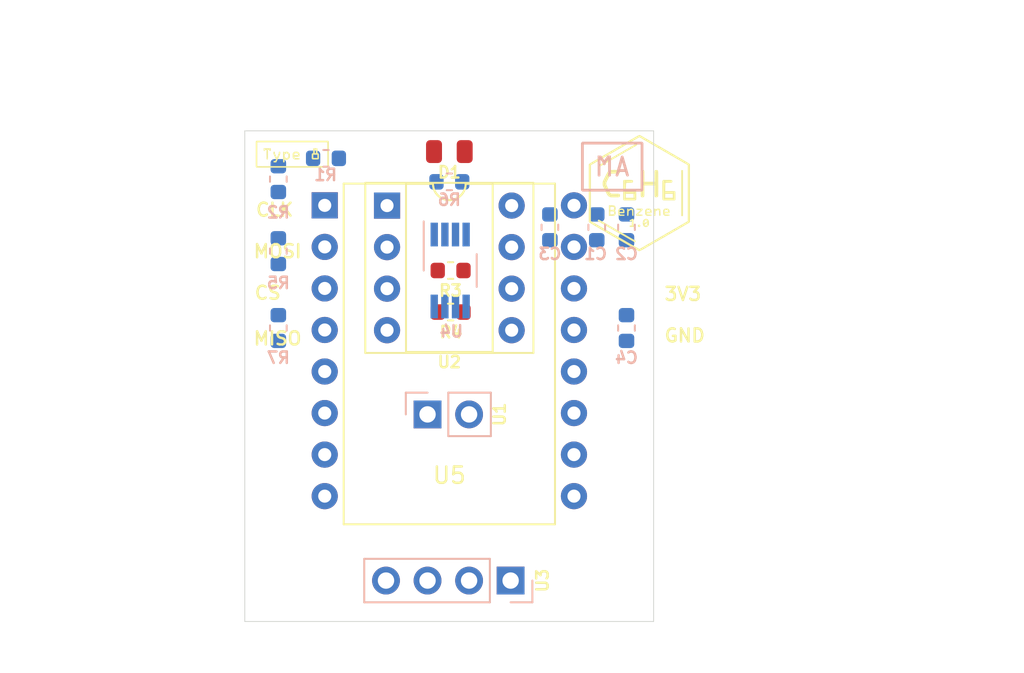
<source format=kicad_pcb>
(kicad_pcb (version 20171130) (host pcbnew "(5.1.6)-1")

  (general
    (thickness 1.6)
    (drawings 18)
    (tracks 0)
    (zones 0)
    (modules 20)
    (nets 15)
  )

  (page User 210.007 148.006)
  (title_block
    (title "BENZENE - DIP-8 to ARGON adapter")
    (date 2020-12-10)
    (rev 1.0)
    (company "Author: Alicja")
  )

  (layers
    (0 F.Cu signal)
    (31 B.Cu signal hide)
    (32 B.Adhes user hide)
    (33 F.Adhes user hide)
    (34 B.Paste user hide)
    (35 F.Paste user hide)
    (36 B.SilkS user hide)
    (37 F.SilkS user)
    (38 B.Mask user hide)
    (39 F.Mask user hide)
    (40 Dwgs.User user)
    (41 Cmts.User user hide)
    (42 Eco1.User user hide)
    (43 Eco2.User user hide)
    (44 Edge.Cuts user)
    (45 Margin user hide)
    (46 B.CrtYd user hide)
    (47 F.CrtYd user)
    (48 B.Fab user hide)
    (49 F.Fab user hide)
  )

  (setup
    (last_trace_width 0.127)
    (user_trace_width 0.2032)
    (user_trace_width 0.381)
    (trace_clearance 0.127)
    (zone_clearance 0.508)
    (zone_45_only yes)
    (trace_min 0.1)
    (via_size 0.8)
    (via_drill 0.4)
    (via_min_size 0.4)
    (via_min_drill 0.3)
    (uvia_size 0.3)
    (uvia_drill 0.1)
    (uvias_allowed no)
    (uvia_min_size 0.2)
    (uvia_min_drill 0.1)
    (edge_width 0.05)
    (segment_width 0.2)
    (pcb_text_width 0.3)
    (pcb_text_size 1.5 1.5)
    (mod_edge_width 0.12)
    (mod_text_size 0.7 0.7)
    (mod_text_width 0.15)
    (pad_size 0.875 0.95)
    (pad_drill 0)
    (pad_to_mask_clearance 0.05)
    (aux_axis_origin 0 0)
    (grid_origin 91 68)
    (visible_elements 7FFFFFFF)
    (pcbplotparams
      (layerselection 0x010fc_ffffffff)
      (usegerberextensions false)
      (usegerberattributes true)
      (usegerberadvancedattributes true)
      (creategerberjobfile true)
      (excludeedgelayer true)
      (linewidth 0.100000)
      (plotframeref false)
      (viasonmask false)
      (mode 1)
      (useauxorigin false)
      (hpglpennumber 1)
      (hpglpenspeed 20)
      (hpglpendiameter 15.000000)
      (psnegative false)
      (psa4output false)
      (plotreference true)
      (plotvalue true)
      (plotinvisibletext false)
      (padsonsilk false)
      (subtractmaskfromsilk false)
      (outputformat 1)
      (mirror false)
      (drillshape 1)
      (scaleselection 1)
      (outputdirectory ""))
  )

  (net 0 "")
  (net 1 GND)
  (net 2 V3V3)
  (net 3 "Net-(C3-Pad1)")
  (net 4 "Net-(C4-Pad1)")
  (net 5 "Net-(D1-Pad2)")
  (net 6 ~CS)
  (net 7 "Net-(R1-Pad1)")
  (net 8 "Net-(R2-Pad1)")
  (net 9 "Net-(R3-Pad2)")
  (net 10 "Net-(R3-Pad1)")
  (net 11 "Net-(R4-Pad2)")
  (net 12 "Net-(R4-Pad1)")
  (net 13 "Net-(R6-Pad1)")
  (net 14 "Net-(R1-Pad2)")

  (net_class Default "This is the default net class."
    (clearance 0.127)
    (trace_width 0.127)
    (via_dia 0.8)
    (via_drill 0.4)
    (uvia_dia 0.3)
    (uvia_drill 0.1)
    (add_net GND)
    (add_net "Net-(C3-Pad1)")
    (add_net "Net-(C4-Pad1)")
    (add_net "Net-(D1-Pad2)")
    (add_net "Net-(R1-Pad1)")
    (add_net "Net-(R1-Pad2)")
    (add_net "Net-(R2-Pad1)")
    (add_net "Net-(R3-Pad1)")
    (add_net "Net-(R3-Pad2)")
    (add_net "Net-(R4-Pad1)")
    (add_net "Net-(R4-Pad2)")
    (add_net "Net-(R6-Pad1)")
    (add_net V3V3)
    (add_net ~CS)
  )

  (net_class zasilanie ""
    (clearance 0.381)
    (trace_width 0.381)
    (via_dia 1.143)
    (via_drill 0.508)
    (uvia_dia 0.3)
    (uvia_drill 0.1)
  )

  (module Connector_PinHeader_2.54mm:PinHeader_1x02_P2.54mm_Vertical (layer B.Cu) (tedit 59FED5CC) (tstamp 5FD86849)
    (at 102.176 85.34 270)
    (descr "Through hole straight pin header, 1x02, 2.54mm pitch, single row")
    (tags "Through hole pin header THT 1x02 2.54mm single row")
    (path /5FD31519)
    (fp_text reference U1 (at 0 -4.40599 90) (layer F.SilkS)
      (effects (font (size 0.7 0.7) (thickness 0.15)))
    )
    (fp_text value Conn1 (at 0 -4.87 90) (layer B.Fab)
      (effects (font (size 1 1) (thickness 0.15)) (justify mirror))
    )
    (fp_line (start 1.8 1.8) (end -1.8 1.8) (layer B.CrtYd) (width 0.05))
    (fp_line (start 1.8 -4.35) (end 1.8 1.8) (layer B.CrtYd) (width 0.05))
    (fp_line (start -1.8 -4.35) (end 1.8 -4.35) (layer B.CrtYd) (width 0.05))
    (fp_line (start -1.8 1.8) (end -1.8 -4.35) (layer B.CrtYd) (width 0.05))
    (fp_line (start -1.33 1.33) (end 0 1.33) (layer B.SilkS) (width 0.12))
    (fp_line (start -1.33 0) (end -1.33 1.33) (layer B.SilkS) (width 0.12))
    (fp_line (start -1.33 -1.27) (end 1.33 -1.27) (layer B.SilkS) (width 0.12))
    (fp_line (start 1.33 -1.27) (end 1.33 -3.87) (layer B.SilkS) (width 0.12))
    (fp_line (start -1.33 -1.27) (end -1.33 -3.87) (layer B.SilkS) (width 0.12))
    (fp_line (start -1.33 -3.87) (end 1.33 -3.87) (layer B.SilkS) (width 0.12))
    (fp_line (start -1.27 0.635) (end -0.635 1.27) (layer B.Fab) (width 0.1))
    (fp_line (start -1.27 -3.81) (end -1.27 0.635) (layer B.Fab) (width 0.1))
    (fp_line (start 1.27 -3.81) (end -1.27 -3.81) (layer B.Fab) (width 0.1))
    (fp_line (start 1.27 1.27) (end 1.27 -3.81) (layer B.Fab) (width 0.1))
    (fp_line (start -0.635 1.27) (end 1.27 1.27) (layer B.Fab) (width 0.1))
    (fp_text user %R (at 0 2.032 90) (layer B.Fab)
      (effects (font (size 1 1) (thickness 0.15)) (justify mirror))
    )
    (pad 2 thru_hole oval (at 0 -2.54 270) (size 1.7 1.7) (drill 1) (layers *.Cu *.Mask))
    (pad 1 thru_hole rect (at 0 0 270) (size 1.7 1.7) (drill 1) (layers *.Cu *.Mask))
    (model ${KISYS3DMOD}/Connector_PinHeader_2.54mm.3dshapes/PinHeader_1x02_P2.54mm_Vertical.wrl
      (at (xyz 0 0 0))
      (scale (xyz 1 1 1))
      (rotate (xyz 0 0 0))
    )
    (model ${KISYS3DMOD}/Connector_PinHeader_2.54mm.3dshapes/PinHeader_1x02_P2.54mm_Vertical.wrl
      (offset (xyz 0 -2.5 -1.5))
      (scale (xyz 1 1 1))
      (rotate (xyz 180 0 0))
    )
  )

  (module Connector_PinHeader_2.54mm:PinHeader_1x04_P2.54mm_Vertical (layer B.Cu) (tedit 59FED5CC) (tstamp 5FD86832)
    (at 107.256 95.5 90)
    (descr "Through hole straight pin header, 1x04, 2.54mm pitch, single row")
    (tags "Through hole pin header THT 1x04 2.54mm single row")
    (path /5FD33721)
    (fp_text reference U3 (at 0 1.946 90) (layer F.SilkS)
      (effects (font (size 0.7 0.7) (thickness 0.15)))
    )
    (fp_text value Conn2 (at 0 1.85801 90) (layer B.Fab)
      (effects (font (size 1 1) (thickness 0.15)) (justify mirror))
    )
    (fp_line (start -0.635 1.27) (end 1.27 1.27) (layer B.Fab) (width 0.1))
    (fp_line (start 1.27 1.27) (end 1.27 -8.89) (layer B.Fab) (width 0.1))
    (fp_line (start 1.27 -8.89) (end -1.27 -8.89) (layer B.Fab) (width 0.1))
    (fp_line (start -1.27 -8.89) (end -1.27 0.635) (layer B.Fab) (width 0.1))
    (fp_line (start -1.27 0.635) (end -0.635 1.27) (layer B.Fab) (width 0.1))
    (fp_line (start -1.33 -8.95) (end 1.33 -8.95) (layer B.SilkS) (width 0.12))
    (fp_line (start -1.33 -1.27) (end -1.33 -8.95) (layer B.SilkS) (width 0.12))
    (fp_line (start 1.33 -1.27) (end 1.33 -8.95) (layer B.SilkS) (width 0.12))
    (fp_line (start -1.33 -1.27) (end 1.33 -1.27) (layer B.SilkS) (width 0.12))
    (fp_line (start -1.33 0) (end -1.33 1.33) (layer B.SilkS) (width 0.12))
    (fp_line (start -1.33 1.33) (end 0 1.33) (layer B.SilkS) (width 0.12))
    (fp_line (start -1.8 1.8) (end -1.8 -9.4) (layer B.CrtYd) (width 0.05))
    (fp_line (start -1.8 -9.4) (end 1.8 -9.4) (layer B.CrtYd) (width 0.05))
    (fp_line (start 1.8 -9.4) (end 1.8 1.8) (layer B.CrtYd) (width 0.05))
    (fp_line (start 1.8 1.8) (end -1.8 1.8) (layer B.CrtYd) (width 0.05))
    (fp_text user %R (at 0 -9.82599 90) (layer B.Fab)
      (effects (font (size 1 1) (thickness 0.15)) (justify mirror))
    )
    (pad 1 thru_hole rect (at 0 0 90) (size 1.7 1.7) (drill 1) (layers *.Cu *.Mask))
    (pad 2 thru_hole oval (at 0 -2.54 90) (size 1.7 1.7) (drill 1) (layers *.Cu *.Mask))
    (pad 3 thru_hole oval (at 0 -5.08 90) (size 1.7 1.7) (drill 1) (layers *.Cu *.Mask))
    (pad 4 thru_hole oval (at 0 -7.62 90) (size 1.7 1.7) (drill 1) (layers *.Cu *.Mask))
    (model ${KISYS3DMOD}/Connector_PinHeader_2.54mm.3dshapes/PinHeader_1x04_P2.54mm_Vertical.wrl
      (at (xyz 0 0 0))
      (scale (xyz 1 1 1))
      (rotate (xyz 0 0 0))
    )
    (model ${KISYS3DMOD}/Connector_PinHeader_2.54mm.3dshapes/PinHeader_1x04_P2.54mm_Vertical.wrl
      (offset (xyz 0 -7.5 -1.5))
      (scale (xyz 1 1 1))
      (rotate (xyz -180 0 0))
    )
  )

  (module benzene:DIP-16_W15.24mm (layer F.Cu) (tedit 5FD7D3D4) (tstamp 5FD85ACA)
    (at 95.8895 72.55799)
    (descr "24-lead though-hole mounted DIP package, row spacing 15.24 mm (600 mils)")
    (tags "THT DIP DIL PDIP 2.54mm 15.24mm 600mil")
    (path /5FD6243E)
    (fp_text reference U5 (at 7.62 16.51) (layer F.SilkS)
      (effects (font (size 1 1) (thickness 0.15)))
    )
    (fp_text value IS25WP256D-xM (at 7.6454 20.7264) (layer F.Fab)
      (effects (font (size 1 1) (thickness 0.15)))
    )
    (fp_line (start 1.255 -1.27) (end 14.985 -1.27) (layer F.Fab) (width 0.1))
    (fp_line (start 14.985 -1.27) (end 14.985 19.5) (layer F.Fab) (width 0.1))
    (fp_line (start 14.985 19.5) (end 0.255 19.5) (layer F.Fab) (width 0.1))
    (fp_line (start 0.255 19.5) (end 0.255 -0.27) (layer F.Fab) (width 0.1))
    (fp_line (start 0.255 -0.27) (end 1.255 -1.27) (layer F.Fab) (width 0.1))
    (fp_line (start 6.62 -1.33) (end 1.16 -1.33) (layer F.SilkS) (width 0.12))
    (fp_line (start 1.16 -1.33) (end 1.16 19.5) (layer F.SilkS) (width 0.12))
    (fp_line (start 1.16 19.5) (end 14.08 19.5) (layer F.SilkS) (width 0.12))
    (fp_line (start 14.08 19.5) (end 14.08 -1.33) (layer F.SilkS) (width 0.12))
    (fp_line (start 14.08 -1.33) (end 8.62 -1.33) (layer F.SilkS) (width 0.12))
    (fp_line (start -1.05 -1.55) (end -1.05 19.5) (layer F.CrtYd) (width 0.05))
    (fp_line (start -1.05 19.5) (end 16.3 19.5) (layer F.CrtYd) (width 0.05))
    (fp_line (start 16.3 19.5) (end 16.3 -1.55) (layer F.CrtYd) (width 0.05))
    (fp_line (start 16.3 -1.55) (end -1.05 -1.55) (layer F.CrtYd) (width 0.05))
    (fp_text user %R (at 7.62 13.97) (layer F.Fab)
      (effects (font (size 1 1) (thickness 0.15)))
    )
    (fp_arc (start 7.62 -1.33) (end 6.62 -1.33) (angle -180) (layer F.SilkS) (width 0.12))
    (pad 16 thru_hole oval (at 15.24 0) (size 1.6 1.6) (drill 0.8) (layers *.Cu *.Mask))
    (pad 15 thru_hole oval (at 15.24 2.54) (size 1.6 1.6) (drill 0.8) (layers *.Cu *.Mask))
    (pad 14 thru_hole oval (at 15.24 5.08) (size 1.6 1.6) (drill 0.8) (layers *.Cu *.Mask))
    (pad 13 thru_hole oval (at 15.24 7.62) (size 1.6 1.6) (drill 0.8) (layers *.Cu *.Mask))
    (pad 12 thru_hole oval (at 15.24 10.16) (size 1.6 1.6) (drill 0.8) (layers *.Cu *.Mask))
    (pad 8 thru_hole oval (at 0 17.78) (size 1.6 1.6) (drill 0.8) (layers *.Cu *.Mask))
    (pad 11 thru_hole oval (at 15.24 12.7) (size 1.6 1.6) (drill 0.8) (layers *.Cu *.Mask))
    (pad 7 thru_hole oval (at 0 15.24) (size 1.6 1.6) (drill 0.8) (layers *.Cu *.Mask))
    (pad 10 thru_hole oval (at 15.24 15.24) (size 1.6 1.6) (drill 0.8) (layers *.Cu *.Mask))
    (pad 6 thru_hole oval (at 0 12.7) (size 1.6 1.6) (drill 0.8) (layers *.Cu *.Mask))
    (pad 9 thru_hole oval (at 15.24 17.78) (size 1.6 1.6) (drill 0.8) (layers *.Cu *.Mask))
    (pad 5 thru_hole oval (at 0 10.16) (size 1.6 1.6) (drill 0.8) (layers *.Cu *.Mask))
    (pad 4 thru_hole oval (at 0 7.62) (size 1.6 1.6) (drill 0.8) (layers *.Cu *.Mask))
    (pad 3 thru_hole oval (at 0 5.08) (size 1.6 1.6) (drill 0.8) (layers *.Cu *.Mask))
    (pad 2 thru_hole oval (at 0 2.54) (size 1.6 1.6) (drill 0.8) (layers *.Cu *.Mask))
    (pad 1 thru_hole rect (at 0 0) (size 1.6 1.6) (drill 0.8) (layers *.Cu *.Mask))
    (model ${KISYS3DMOD}/Connector_PinSocket_2.54mm.3dshapes/PinSocket_1x08_P2.54mm_Vertical.step
      (at (xyz 0 0 0))
      (scale (xyz 1 1 1))
      (rotate (xyz 0 0 0))
    )
    (model ${KISYS3DMOD}/Connector_PinSocket_2.54mm.3dshapes/PinSocket_1x08_P2.54mm_Vertical.step
      (offset (xyz 15.2 0 0))
      (scale (xyz 1 1 1))
      (rotate (xyz 0 0 0))
    )
  )

  (module benzene:DIP-8_W7.62mm_Socket (layer F.Cu) (tedit 5FD5ECB5) (tstamp 5FD7D8F6)
    (at 99.6995 72.572)
    (descr "8-lead though-hole mounted DIP package, row spacing 7.62 mm (300 mils), Socket")
    (tags "THT DIP DIL PDIP 2.54mm 7.62mm 300mil Socket")
    (path /5FD288AE)
    (fp_text reference U2 (at 3.81 9.566) (layer F.SilkS)
      (effects (font (size 0.7 0.7) (thickness 0.15)))
    )
    (fp_text value "SPI FLASH" (at 3.81 9.95) (layer F.Fab)
      (effects (font (size 1 1) (thickness 0.15)))
    )
    (fp_line (start 8.9 -1.3208) (end 6.13 -1.33) (layer F.Fab) (width 0.1))
    (fp_line (start 8.9 8.95) (end 8.9 -1.33) (layer F.Fab) (width 0.1))
    (fp_line (start 6.13 8.95) (end 8.9 8.95) (layer F.Fab) (width 0.1))
    (fp_line (start 6.13 -1.33) (end 6.13 8.95) (layer F.Fab) (width 0.1))
    (fp_line (start 1.4538 -1.6) (end -1.55 -1.6) (layer F.CrtYd) (width 0.05))
    (fp_line (start 9.15 9.2) (end 9.15 -1.6) (layer F.CrtYd) (width 0.05))
    (fp_line (start 6.15 9.2) (end 9.15 9.2) (layer F.CrtYd) (width 0.05))
    (fp_line (start -1.55 -1.6) (end -1.55 9.2) (layer F.CrtYd) (width 0.05))
    (fp_line (start 8.95 -1.39) (end -1.33 -1.39) (layer F.SilkS) (width 0.12))
    (fp_line (start 8.95 9.01) (end 8.95 -1.39) (layer F.SilkS) (width 0.12))
    (fp_line (start -1.33 9.01) (end 8.95 9.01) (layer F.SilkS) (width 0.12))
    (fp_line (start -1.33 -1.39) (end -1.33 9.01) (layer F.SilkS) (width 0.12))
    (fp_line (start 6.46 -1.33) (end 4.81 -1.33) (layer F.SilkS) (width 0.12))
    (fp_line (start 6.46 8.95) (end 6.46 -1.33) (layer F.SilkS) (width 0.12))
    (fp_line (start 1.16 8.95) (end 6.46 8.95) (layer F.SilkS) (width 0.12))
    (fp_line (start 1.16 -1.33) (end 1.16 8.95) (layer F.SilkS) (width 0.12))
    (fp_line (start 2.81 -1.33) (end 1.16 -1.33) (layer F.SilkS) (width 0.12))
    (fp_line (start 1.5 -1.3208) (end -1.27 -1.33) (layer F.Fab) (width 0.1))
    (fp_line (start 1.5 8.95) (end 1.5 -1.33) (layer F.Fab) (width 0.1))
    (fp_line (start -1.27 8.95) (end 1.5 8.95) (layer F.Fab) (width 0.1))
    (fp_line (start -1.27 -1.33) (end -1.27 8.95) (layer F.Fab) (width 0.1))
    (fp_line (start 1.4538 9.2) (end 1.4538 -1.6) (layer F.CrtYd) (width 0.05))
    (fp_line (start 6.15 9.2) (end 6.15 -1.6) (layer F.CrtYd) (width 0.05))
    (fp_line (start 9.15 -1.6) (end 6.15 -1.6) (layer F.CrtYd) (width 0.05))
    (fp_line (start -1.55 9.2) (end 1.4538 9.2) (layer F.CrtYd) (width 0.05))
    (fp_arc (start 3.81 -1.33) (end 2.81 -1.33) (angle -180) (layer F.SilkS) (width 0.12))
    (fp_text user %R (at 3.81 3.81) (layer F.Fab)
      (effects (font (size 1 1) (thickness 0.15)))
    )
    (pad 1 thru_hole rect (at 0 0) (size 1.6 1.6) (drill 0.8) (layers *.Cu *.Mask)
      (net 8 "Net-(R2-Pad1)"))
    (pad 5 thru_hole oval (at 7.62 7.62) (size 1.6 1.6) (drill 0.8) (layers *.Cu *.Mask)
      (net 10 "Net-(R3-Pad1)"))
    (pad 2 thru_hole oval (at 0 2.54) (size 1.6 1.6) (drill 0.8) (layers *.Cu *.Mask)
      (net 7 "Net-(R1-Pad1)"))
    (pad 6 thru_hole oval (at 7.62 5.08) (size 1.6 1.6) (drill 0.8) (layers *.Cu *.Mask)
      (net 12 "Net-(R4-Pad1)"))
    (pad 3 thru_hole oval (at 0 5.08) (size 1.6 1.6) (drill 0.8) (layers *.Cu *.Mask)
      (net 2 V3V3))
    (pad 7 thru_hole oval (at 7.62 2.54) (size 1.6 1.6) (drill 0.8) (layers *.Cu *.Mask)
      (net 2 V3V3))
    (pad 4 thru_hole oval (at 0 7.62) (size 1.6 1.6) (drill 0.8) (layers *.Cu *.Mask)
      (net 1 GND))
    (pad 8 thru_hole oval (at 7.62 0) (size 1.6 1.6) (drill 0.8) (layers *.Cu *.Mask)
      (net 2 V3V3))
    (model ${KISYS3DMOD}/Connector_PinSocket_2.54mm.3dshapes/PinSocket_1x04_P2.54mm_Vertical.step
      (at (xyz 0 0 0))
      (scale (xyz 1 1 1))
      (rotate (xyz 0 0 0))
    )
    (model ${KISYS3DMOD}/Connector_PinSocket_2.54mm.3dshapes/PinSocket_1x04_P2.54mm_Vertical.step
      (offset (xyz 7.5 0 0))
      (scale (xyz 1 1 1))
      (rotate (xyz 0 0 0))
    )
  )

  (module benzene:type (layer F.Cu) (tedit 0) (tstamp 5FD5D20A)
    (at 93.909 69.42999)
    (fp_text reference G*** (at 0 0) (layer F.SilkS) hide
      (effects (font (size 1.524 1.524) (thickness 0.3)))
    )
    (fp_text value LOGO (at 0.75 0) (layer F.SilkS) hide
      (effects (font (size 1.524 1.524) (thickness 0.3)))
    )
    (fp_poly (pts (xy 2.211018 -0.79678) (xy 2.230967 -0.776526) (xy 2.230967 0.777135) (xy 2.190459 0.817033)
      (xy -2.191068 0.817033) (xy -2.211017 0.796779) (xy -2.230966 0.776526) (xy -2.230966 0.35784)
      (xy -2.145542 0.35784) (xy -2.145523 0.41998) (xy -2.145482 0.477675) (xy -2.145418 0.530488)
      (xy -2.145332 0.577983) (xy -2.145224 0.619722) (xy -2.145096 0.655268) (xy -2.144948 0.684185)
      (xy -2.14478 0.706035) (xy -2.144593 0.720381) (xy -2.144387 0.726787) (xy -2.144343 0.727079)
      (xy -2.142732 0.727489) (xy -2.138094 0.727877) (xy -2.130244 0.728244) (xy -2.118993 0.728589)
      (xy -2.104156 0.728914) (xy -2.085546 0.729218) (xy -2.062976 0.729502) (xy -2.036258 0.729766)
      (xy -2.005208 0.730011) (xy -1.969636 0.730236) (xy -1.929358 0.730443) (xy -1.884186 0.730632)
      (xy -1.833933 0.730803) (xy -1.778413 0.730956) (xy -1.717438 0.731092) (xy -1.650823 0.731212)
      (xy -1.57838 0.731315) (xy -1.499923 0.731401) (xy -1.415265 0.731472) (xy -1.324218 0.731528)
      (xy -1.226597 0.731569) (xy -1.122215 0.731595) (xy -1.010885 0.731607) (xy -0.892419 0.731605)
      (xy -0.766632 0.73159) (xy -0.633336 0.731561) (xy -0.492346 0.73152) (xy -0.343473 0.731466)
      (xy -0.186532 0.731401) (xy -0.021335 0.731323) (xy 0.000927 0.731312) (xy 2.144184 0.73025)
      (xy 2.144184 -0.73025) (xy -2.144183 -0.73025) (xy -2.14527 -0.004233) (xy -2.145375 0.073575)
      (xy -2.145454 0.149123) (xy -2.145508 0.221975) (xy -2.145537 0.291693) (xy -2.145542 0.35784)
      (xy -2.230966 0.35784) (xy -2.230966 -0.777135) (xy -2.210713 -0.797084) (xy -2.190459 -0.817033)
      (xy 2.191068 -0.817033) (xy 2.211018 -0.79678)) (layer F.SilkS) (width 0.01))
    (fp_poly (pts (xy -0.769112 -0.149268) (xy -0.761952 -0.146026) (xy -0.752852 -0.138947) (xy -0.74656 -0.127926)
      (xy -0.742804 -0.111852) (xy -0.741312 -0.089609) (xy -0.741681 -0.063309) (xy -0.743349 -0.01905)
      (xy -0.857278 0.228043) (xy -0.87854 0.273963) (xy -0.898652 0.317022) (xy -0.917322 0.356612)
      (xy -0.934255 0.392128) (xy -0.949159 0.422962) (xy -0.96174 0.448508) (xy -0.971705 0.468159)
      (xy -0.978761 0.481308) (xy -0.982602 0.487335) (xy -0.993997 0.499533) (xy -1.058973 0.499364)
      (xy -1.086882 0.499053) (xy -1.10751 0.498221) (xy -1.122031 0.496772) (xy -1.13162 0.494607)
      (xy -1.135301 0.493031) (xy -1.146101 0.482756) (xy -1.151838 0.467977) (xy -1.152068 0.451284)
      (xy -1.146347 0.435267) (xy -1.14543 0.433801) (xy -1.1361 0.425134) (xy -1.120845 0.419226)
      (xy -1.098897 0.415878) (xy -1.071815 0.41489) (xy -1.036613 0.414867) (xy -1.007256 0.3532)
      (xy -0.997358 0.332299) (xy -0.988884 0.3142) (xy -0.982445 0.300226) (xy -0.978655 0.291698)
      (xy -0.9779 0.2897) (xy -0.981526 0.288309) (xy -0.988247 0.287867) (xy -0.993031 0.287543)
      (xy -0.997619 0.286217) (xy -1.002293 0.283354) (xy -1.007337 0.278423) (xy -1.013032 0.270889)
      (xy -1.019662 0.260219) (xy -1.027509 0.24588) (xy -1.036857 0.227338) (xy -1.047988 0.204061)
      (xy -1.061185 0.175514) (xy -1.07673 0.141165) (xy -1.094907 0.10048) (xy -1.115998 0.052927)
      (xy -1.131911 0.016933) (xy -1.153418 -0.03175) (xy -1.153338 -0.077166) (xy -1.153089 -0.098203)
      (xy -1.152234 -0.112705) (xy -1.150476 -0.122595) (xy -1.14752 -0.129799) (xy -1.144548 -0.134316)
      (xy -1.131722 -0.14522) (xy -1.115228 -0.150683) (xy -1.098442 -0.149709) (xy -1.095596 -0.148752)
      (xy -1.085261 -0.143014) (xy -1.077803 -0.134179) (xy -1.072657 -0.120863) (xy -1.069258 -0.101685)
      (xy -1.0673 -0.079422) (xy -1.064479 -0.035983) (xy -1.009838 0.083608) (xy -0.994133 0.117816)
      (xy -0.981441 0.145023) (xy -0.971363 0.165979) (xy -0.963503 0.181431) (xy -0.957464 0.192131)
      (xy -0.952847 0.198826) (xy -0.949255 0.202265) (xy -0.946402 0.2032) (xy -0.943479 0.202204)
      (xy -0.939932 0.198722) (xy -0.935374 0.192016) (xy -0.92942 0.181345) (xy -0.921684 0.165971)
      (xy -0.911779 0.145153) (xy -0.899319 0.118153) (xy -0.883918 0.084232) (xy -0.881554 0.078995)
      (xy -0.8255 -0.04521) (xy -0.8255 -0.080174) (xy -0.823996 -0.107404) (xy -0.819318 -0.127403)
      (xy -0.811214 -0.140881) (xy -0.801813 -0.14758) (xy -0.785275 -0.15207) (xy -0.769112 -0.149268)) (layer F.SilkS) (width 0.01))
    (fp_poly (pts (xy -0.349515 -0.151736) (xy -0.330489 -0.150812) (xy -0.317231 -0.14925) (xy -0.307042 -0.146322)
      (xy -0.297225 -0.141303) (xy -0.287408 -0.135016) (xy -0.262561 -0.117672) (xy -0.237936 -0.098975)
      (xy -0.214852 -0.080058) (xy -0.194625 -0.062056) (xy -0.178571 -0.046101) (xy -0.168008 -0.033329)
      (xy -0.166457 -0.030898) (xy -0.154517 -0.010583) (xy -0.153171 0.085883) (xy -0.152802 0.121924)
      (xy -0.152987 0.150688) (xy -0.153981 0.173359) (xy -0.15604 0.19112) (xy -0.15942 0.205155)
      (xy -0.164378 0.21665) (xy -0.171169 0.226786) (xy -0.180051 0.23675) (xy -0.187379 0.243997)
      (xy -0.205569 0.260701) (xy -0.226415 0.278552) (xy -0.247987 0.296012) (xy -0.268357 0.311544)
      (xy -0.285596 0.32361) (xy -0.293052 0.328217) (xy -0.302518 0.333062) (xy -0.311946 0.336129)
      (xy -0.323663 0.337812) (xy -0.339993 0.338507) (xy -0.354266 0.338616) (xy -0.373656 0.338261)
      (xy -0.390808 0.337264) (xy -0.403335 0.335799) (xy -0.40768 0.334751) (xy -0.415401 0.330237)
      (xy -0.427248 0.321516) (xy -0.441152 0.310151) (xy -0.447114 0.304959) (xy -0.47625 0.279082)
      (xy -0.47838 0.375549) (xy -0.47923 0.409201) (xy -0.480235 0.43543) (xy -0.481579 0.455282)
      (xy -0.483445 0.4698) (xy -0.486015 0.48003) (xy -0.489474 0.487016) (xy -0.494003 0.491802)
      (xy -0.499352 0.495203) (xy -0.509441 0.49798) (xy -0.523569 0.499112) (xy -0.537443 0.498458)
      (xy -0.545131 0.4967) (xy -0.55065 0.491762) (xy -0.557056 0.482535) (xy -0.557831 0.481159)
      (xy -0.559319 0.477892) (xy -0.560601 0.473511) (xy -0.561695 0.467377) (xy -0.56262 0.458854)
      (xy -0.563396 0.447304) (xy -0.564041 0.432091) (xy -0.564576 0.412576) (xy -0.56502 0.388122)
      (xy -0.565391 0.358092) (xy -0.56571 0.321849) (xy -0.565995 0.278755) (xy -0.566266 0.228173)
      (xy -0.566412 0.197789) (xy -0.566601 0.142291) (xy -0.566635 0.090915) (xy -0.56652 0.04424)
      (xy -0.566444 0.031893) (xy -0.478367 0.031893) (xy -0.478367 0.156822) (xy -0.460375 0.176416)
      (xy -0.449044 0.188057) (xy -0.433813 0.202774) (xy -0.41722 0.218139) (xy -0.409548 0.225005)
      (xy -0.394457 0.238115) (xy -0.383693 0.246537) (xy -0.375342 0.251301) (xy -0.367491 0.253441)
      (xy -0.358227 0.25399) (xy -0.355824 0.254) (xy -0.346784 0.253701) (xy -0.339098 0.252214)
      (xy -0.331137 0.24865) (xy -0.32127 0.242122) (xy -0.307869 0.23174) (xy -0.293409 0.219982)
      (xy -0.276802 0.205954) (xy -0.262077 0.192736) (xy -0.250809 0.181794) (xy -0.244575 0.174593)
      (xy -0.244497 0.174474) (xy -0.241664 0.168894) (xy -0.239642 0.161432) (xy -0.238302 0.150693)
      (xy -0.237516 0.135281) (xy -0.237156 0.1138) (xy -0.237089 0.093913) (xy -0.237345 0.068865)
      (xy -0.238073 0.047092) (xy -0.239192 0.030076) (xy -0.240617 0.019298) (xy -0.241425 0.016699)
      (xy -0.247655 0.008843) (xy -0.259071 -0.002296) (xy -0.27405 -0.015431) (xy -0.290969 -0.029276)
      (xy -0.308206 -0.042542) (xy -0.324138 -0.053944) (xy -0.337143 -0.062193) (xy -0.345597 -0.066004)
      (xy -0.345724 -0.066029) (xy -0.356585 -0.067281) (xy -0.36659 -0.066163) (xy -0.376959 -0.061948)
      (xy -0.388913 -0.05391) (xy -0.403673 -0.041321) (xy -0.422459 -0.023453) (xy -0.430519 -0.015513)
      (xy -0.478367 0.031893) (xy -0.566444 0.031893) (xy -0.566262 0.002847) (xy -0.565866 -0.032683)
      (xy -0.565337 -0.061771) (xy -0.564683 -0.083836) (xy -0.563907 -0.098297) (xy -0.563488 -0.102409)
      (xy -0.55931 -0.123852) (xy -0.55313 -0.138104) (xy -0.543898 -0.146386) (xy -0.530563 -0.149917)
      (xy -0.522332 -0.150283) (xy -0.504262 -0.146882) (xy -0.491079 -0.136627) (xy -0.482708 -0.119443)
      (xy -0.4803 -0.108207) (xy -0.477458 -0.089254) (xy -0.447792 -0.114226) (xy -0.428286 -0.130106)
      (xy -0.412633 -0.140975) (xy -0.398585 -0.14769) (xy -0.383894 -0.151111) (xy -0.36631 -0.152095)
      (xy -0.349515 -0.151736)) (layer F.SilkS) (width 0.01))
    (fp_poly (pts (xy -1.315838 -0.359833) (xy -1.317261 -0.290316) (xy -1.317845 -0.264478) (xy -1.318512 -0.245701)
      (xy -1.319467 -0.232577) (xy -1.320914 -0.223702) (xy -1.323057 -0.217669) (xy -1.3261 -0.213073)
      (xy -1.328946 -0.209882) (xy -1.336811 -0.203173) (xy -1.346078 -0.199902) (xy -1.360069 -0.198973)
      (xy -1.361947 -0.198967) (xy -1.376988 -0.199799) (xy -1.386997 -0.202992) (xy -1.395076 -0.209358)
      (xy -1.401144 -0.216862) (xy -1.404299 -0.225744) (xy -1.405404 -0.238993) (xy -1.405467 -0.245341)
      (xy -1.405467 -0.270933) (xy -1.447713 -0.270933) (xy -1.489959 -0.270934) (xy -1.491105 0.015184)
      (xy -1.49225 0.301302) (xy -1.504128 0.311518) (xy -1.518532 0.319027) (xy -1.536515 0.321686)
      (xy -1.554493 0.319161) (xy -1.560559 0.316782) (xy -1.569312 0.309559) (xy -1.574317 0.302053)
      (xy -1.575366 0.296522) (xy -1.576273 0.284668) (xy -1.577043 0.266219) (xy -1.57768 0.240903)
      (xy -1.57819 0.208448) (xy -1.578575 0.16858) (xy -1.578841 0.121029) (xy -1.578992 0.065521)
      (xy -1.579033 0.010384) (xy -1.579033 -0.270933) (xy -1.6637 -0.270933) (xy -1.6637 -0.249557)
      (xy -1.665666 -0.230354) (xy -1.671012 -0.214467) (xy -1.678907 -0.203965) (xy -1.682939 -0.201597)
      (xy -1.696659 -0.198899) (xy -1.713193 -0.199094) (xy -1.728903 -0.201837) (xy -1.74015 -0.206784)
      (xy -1.740489 -0.20705) (xy -1.744132 -0.210327) (xy -1.746793 -0.214247) (xy -1.748657 -0.220131)
      (xy -1.74991 -0.229298) (xy -1.750737 -0.243067) (xy -1.751326 -0.262758) (xy -1.75182 -0.287484)
      (xy -1.753157 -0.359834) (xy -1.534498 -0.359834) (xy -1.315838 -0.359833)) (layer F.SilkS) (width 0.01))
    (fp_poly (pts (xy 0.258539 -0.150243) (xy 0.281577 -0.149851) (xy 0.29928 -0.148705) (xy 0.313214 -0.1464)
      (xy 0.324945 -0.142532) (xy 0.336038 -0.136697) (xy 0.348058 -0.128491) (xy 0.362573 -0.117511)
      (xy 0.366092 -0.114809) (xy 0.390456 -0.09496) (xy 0.40824 -0.077588) (xy 0.420487 -0.061487)
      (xy 0.428239 -0.045447) (xy 0.429666 -0.041073) (xy 0.43219 -0.028118) (xy 0.434115 -0.009466)
      (xy 0.435429 0.013065) (xy 0.436123 0.037659) (xy 0.436187 0.062499) (xy 0.435612 0.085769)
      (xy 0.434388 0.105651) (xy 0.432504 0.120328) (xy 0.430569 0.127) (xy 0.427381 0.132222)
      (xy 0.423051 0.136491) (xy 0.416757 0.139903) (xy 0.407678 0.142556) (xy 0.39499 0.144545)
      (xy 0.377872 0.145967) (xy 0.355502 0.146921) (xy 0.327057 0.147502) (xy 0.291714 0.147808)
      (xy 0.252942 0.147928) (xy 0.110067 0.148166) (xy 0.110067 0.167311) (xy 0.110871 0.179127)
      (xy 0.114252 0.188596) (xy 0.121668 0.198853) (xy 0.128059 0.206036) (xy 0.136313 0.214796)
      (xy 0.143891 0.221731) (xy 0.151878 0.227052) (xy 0.161359 0.230974) (xy 0.173417 0.233709)
      (xy 0.189139 0.235472) (xy 0.209608 0.236477) (xy 0.235909 0.236935) (xy 0.269127 0.237061)
      (xy 0.28575 0.237067) (xy 0.323624 0.237184) (xy 0.35396 0.237623) (xy 0.377682 0.238514)
      (xy 0.395717 0.239988) (xy 0.40899 0.242175) (xy 0.418428 0.245206) (xy 0.424955 0.24921)
      (xy 0.429498 0.254319) (xy 0.431459 0.257596) (xy 0.435358 0.271318) (xy 0.435411 0.287433)
      (xy 0.431675 0.300801) (xy 0.42823 0.306382) (xy 0.423901 0.310875) (xy 0.417798 0.314397)
      (xy 0.409033 0.317063) (xy 0.396717 0.31899) (xy 0.379961 0.320294) (xy 0.357876 0.32109)
      (xy 0.329575 0.321495) (xy 0.294167 0.321625) (xy 0.272202 0.321622) (xy 0.234762 0.321543)
      (xy 0.204808 0.321342) (xy 0.18136 0.320971) (xy 0.163437 0.320379) (xy 0.150059 0.319516)
      (xy 0.140245 0.318334) (xy 0.133015 0.316782) (xy 0.12739 0.314811) (xy 0.126048 0.314214)
      (xy 0.113207 0.306463) (xy 0.097242 0.294218) (xy 0.07992 0.279145) (xy 0.063009 0.262915)
      (xy 0.048275 0.247194) (xy 0.037486 0.233652) (xy 0.033395 0.226741) (xy 0.031091 0.220951)
      (xy 0.029283 0.214208) (xy 0.027912 0.205462) (xy 0.026917 0.193665) (xy 0.026238 0.177767)
      (xy 0.025815 0.156719) (xy 0.025589 0.129472) (xy 0.025499 0.094977) (xy 0.025493 0.088673)
      (xy 0.025409 -0.020507) (xy 0.110067 -0.020507) (xy 0.110067 0.0635) (xy 0.351367 0.0635)
      (xy 0.351367 -0.017761) (xy 0.329142 -0.038555) (xy 0.316506 -0.04945) (xy 0.304725 -0.058044)
      (xy 0.296346 -0.062479) (xy 0.296334 -0.062482) (xy 0.288248 -0.063651) (xy 0.273643 -0.064621)
      (xy 0.254466 -0.065304) (xy 0.232664 -0.065609) (xy 0.2286 -0.065617) (xy 0.203081 -0.06542)
      (xy 0.184078 -0.064447) (xy 0.169644 -0.062124) (xy 0.157831 -0.057878) (xy 0.146691 -0.051135)
      (xy 0.134275 -0.041322) (xy 0.128059 -0.036014) (xy 0.110067 -0.020507) (xy 0.025409 -0.020507)
      (xy 0.0254 -0.032204) (xy 0.036256 -0.053989) (xy 0.046464 -0.069391) (xy 0.062289 -0.087185)
      (xy 0.081927 -0.105682) (xy 0.103577 -0.123193) (xy 0.125435 -0.138031) (xy 0.127 -0.13897)
      (xy 0.133762 -0.142856) (xy 0.140001 -0.145731) (xy 0.147082 -0.147749) (xy 0.156372 -0.14906)
      (xy 0.169236 -0.149817) (xy 0.187042 -0.150172) (xy 0.211154 -0.150277) (xy 0.2286 -0.150283)
      (xy 0.258539 -0.150243)) (layer F.SilkS) (width 0.01))
    (fp_poly (pts (xy 1.5367 -0.335085) (xy 1.5367 -0.064462) (xy 1.555401 -0.061657) (xy 1.576963 -0.054686)
      (xy 1.596773 -0.041586) (xy 1.611979 -0.02441) (xy 1.615359 -0.018484) (xy 1.617782 -0.012924)
      (xy 1.619702 -0.006418) (xy 1.621193 0.00209) (xy 1.62233 0.013655) (xy 1.623187 0.029335)
      (xy 1.623839 0.050183) (xy 1.624361 0.077256) (xy 1.624827 0.111609) (xy 1.624884 0.116416)
      (xy 1.625229 0.157434) (xy 1.625127 0.190945) (xy 1.624474 0.217902) (xy 1.623164 0.239258)
      (xy 1.62109 0.255967) (xy 1.618148 0.26898) (xy 1.614232 0.279252) (xy 1.609237 0.287735)
      (xy 1.605352 0.292751) (xy 1.599123 0.299874) (xy 1.592989 0.305714) (xy 1.586076 0.310398)
      (xy 1.577511 0.314054) (xy 1.56642 0.316809) (xy 1.551929 0.318791) (xy 1.533164 0.320126)
      (xy 1.50925 0.320942) (xy 1.479315 0.321366) (xy 1.442484 0.321525) (xy 1.407583 0.321547)
      (xy 1.367188 0.321517) (xy 1.334352 0.321397) (xy 1.308166 0.321147) (xy 1.287724 0.320724)
      (xy 1.272118 0.320088) (xy 1.260439 0.319196) (xy 1.251781 0.318007) (xy 1.245235 0.316479)
      (xy 1.239894 0.314572) (xy 1.238075 0.313776) (xy 1.217374 0.300049) (xy 1.201665 0.2808)
      (xy 1.193681 0.262024) (xy 1.192212 0.251704) (xy 1.191126 0.233323) (xy 1.190434 0.207282)
      (xy 1.190144 0.173976) (xy 1.190265 0.133806) (xy 1.190395 0.119341) (xy 1.190817 0.082771)
      (xy 1.191291 0.053677) (xy 1.191881 0.031072) (xy 1.192135 0.0254) (xy 1.278467 0.0254)
      (xy 1.278467 0.232833) (xy 1.5367 0.232833) (xy 1.5367 0.0254) (xy 1.278467 0.0254)
      (xy 1.192135 0.0254) (xy 1.192649 0.013964) (xy 1.193657 0.001366) (xy 1.194969 -0.007713)
      (xy 1.196648 -0.014261) (xy 1.198755 -0.019269) (xy 1.199244 -0.020192) (xy 1.211906 -0.036196)
      (xy 1.229864 -0.049962) (xy 1.249949 -0.059317) (xy 1.259766 -0.061657) (xy 1.278467 -0.064462)
      (xy 1.278467 -0.270933) (xy 1.367367 -0.270933) (xy 1.367367 -0.0635) (xy 1.4478 -0.0635)
      (xy 1.4478 -0.270933) (xy 1.367367 -0.270933) (xy 1.278467 -0.270933) (xy 1.278467 -0.335085)
      (xy 1.290841 -0.347459) (xy 1.303216 -0.359833) (xy 1.407583 -0.359834) (xy 1.511951 -0.359834)
      (xy 1.5367 -0.335085)) (layer F.SilkS) (width 0.01))
  )

  (module benzene:author (layer B.Cu) (tedit 0) (tstamp 5FD5CFC6)
    (at 113.467 70.19199 180)
    (fp_text reference G*** (at 0 0) (layer B.SilkS) hide
      (effects (font (size 1.524 1.524) (thickness 0.3)) (justify mirror))
    )
    (fp_text value LOGO (at 0.75 0) (layer B.SilkS) hide
      (effects (font (size 1.524 1.524) (thickness 0.3)) (justify mirror))
    )
    (fp_poly (pts (xy 1.865926 1.480529) (xy 1.905001 1.441291) (xy 1.905001 -1.441617) (xy 1.826525 -1.519767)
      (xy -1.82685 -1.519767) (xy -1.865925 -1.480529) (xy -1.904999 -1.441291) (xy -1.904999 1.3589)
      (xy -1.744133 1.3589) (xy -1.744133 -1.3589) (xy 1.744134 -1.3589) (xy 1.744134 1.3589)
      (xy -1.744133 1.3589) (xy -1.904999 1.3589) (xy -1.904999 1.441617) (xy -1.865762 1.480692)
      (xy -1.826524 1.519766) (xy 1.826851 1.519766) (xy 1.865926 1.480529)) (layer B.SilkS) (width 0.01))
    (fp_poly (pts (xy -0.581037 0.664647) (xy -0.561568 0.651838) (xy -0.545202 0.632899) (xy -0.533852 0.610099)
      (xy -0.531667 0.603208) (xy -0.527312 0.588666) (xy -0.520927 0.566964) (xy -0.512655 0.538597)
      (xy -0.502638 0.504056) (xy -0.491018 0.463836) (xy -0.477937 0.418428) (xy -0.463536 0.368325)
      (xy -0.447957 0.314021) (xy -0.431343 0.256008) (xy -0.413836 0.19478) (xy -0.395576 0.130828)
      (xy -0.376706 0.064647) (xy -0.366528 0.02891) (xy -0.343535 -0.051907) (xy -0.322786 -0.12496)
      (xy -0.304181 -0.190622) (xy -0.287618 -0.249263) (xy -0.272996 -0.301256) (xy -0.260214 -0.346972)
      (xy -0.249171 -0.386783) (xy -0.239766 -0.42106) (xy -0.231897 -0.450176) (xy -0.225464 -0.474502)
      (xy -0.220364 -0.494409) (xy -0.216498 -0.510269) (xy -0.213764 -0.522454) (xy -0.21206 -0.531336)
      (xy -0.211286 -0.537286) (xy -0.211341 -0.540677) (xy -0.211416 -0.540995) (xy -0.221974 -0.563317)
      (xy -0.238733 -0.580974) (xy -0.260228 -0.592892) (xy -0.284993 -0.597997) (xy -0.289369 -0.59811)
      (xy -0.311815 -0.59555) (xy -0.330772 -0.587137) (xy -0.348483 -0.571767) (xy -0.352819 -0.566895)
      (xy -0.357118 -0.561514) (xy -0.361178 -0.555388) (xy -0.365293 -0.54771) (xy -0.369757 -0.537674)
      (xy -0.374864 -0.524476) (xy -0.38091 -0.507308) (xy -0.388187 -0.485366) (xy -0.396989 -0.457844)
      (xy -0.407612 -0.423935) (xy -0.420349 -0.382834) (xy -0.422223 -0.376767) (xy -0.438562 -0.32385)
      (xy -0.612093 -0.322746) (xy -0.785624 -0.321641) (xy -0.796807 -0.356612) (xy -0.801877 -0.372511)
      (xy -0.808806 -0.394299) (xy -0.8169 -0.41979) (xy -0.825464 -0.446802) (xy -0.831529 -0.465951)
      (xy -0.84292 -0.500489) (xy -0.853078 -0.527769) (xy -0.862548 -0.548807) (xy -0.871873 -0.564624)
      (xy -0.881599 -0.576237) (xy -0.89227 -0.584665) (xy -0.896221 -0.586992) (xy -0.91745 -0.596003)
      (xy -0.937705 -0.598276) (xy -0.957987 -0.594936) (xy -0.978357 -0.586308) (xy -0.995792 -0.572717)
      (xy -1.008677 -0.555949) (xy -1.015398 -0.537787) (xy -1.016 -0.530832) (xy -1.014847 -0.525719)
      (xy -1.011497 -0.513046) (xy -1.006115 -0.493383) (xy -0.998864 -0.467301) (xy -0.989909 -0.43537)
      (xy -0.979413 -0.398161) (xy -0.96754 -0.356245) (xy -0.954454 -0.310191) (xy -0.94032 -0.260572)
      (xy -0.925301 -0.207956) (xy -0.910624 -0.156633) (xy -0.739692 -0.156633) (xy -0.485915 -0.156633)
      (xy -0.488472 -0.146444) (xy -0.490593 -0.138545) (xy -0.494666 -0.123885) (xy -0.500428 -0.103385)
      (xy -0.507616 -0.077963) (xy -0.515967 -0.048539) (xy -0.525217 -0.016031) (xy -0.535104 0.018642)
      (xy -0.545365 0.054559) (xy -0.555736 0.090803) (xy -0.565955 0.126454) (xy -0.575758 0.160592)
      (xy -0.584882 0.192299) (xy -0.593065 0.220656) (xy -0.600043 0.244743) (xy -0.605554 0.263641)
      (xy -0.609333 0.276432) (xy -0.611119 0.282196) (xy -0.611217 0.282429) (xy -0.61269 0.278897)
      (xy -0.616165 0.268269) (xy -0.621325 0.25159) (xy -0.627849 0.229908) (xy -0.635421 0.204267)
      (xy -0.643407 0.176799) (xy -0.653791 0.140827) (xy -0.6657 0.099579) (xy -0.678309 0.05591)
      (xy -0.690793 0.012677) (xy -0.702327 -0.027262) (xy -0.706985 -0.043392) (xy -0.739692 -0.156633)
      (xy -0.910624 -0.156633) (xy -0.909561 -0.152916) (xy -0.893265 -0.096021) (xy -0.876575 -0.037842)
      (xy -0.859657 0.02105) (xy -0.842674 0.080086) (xy -0.82579 0.138693) (xy -0.80917 0.196302)
      (xy -0.792976 0.252342) (xy -0.777373 0.306243) (xy -0.762526 0.357434) (xy -0.748597 0.405344)
      (xy -0.735752 0.449403) (xy -0.724154 0.48904) (xy -0.713966 0.523685) (xy -0.705354 0.552766)
      (xy -0.69848 0.575715) (xy -0.693509 0.591959) (xy -0.69151 0.598246) (xy -0.681702 0.623144)
      (xy -0.670438 0.641532) (xy -0.665248 0.647548) (xy -0.645715 0.662777) (xy -0.624346 0.670468)
      (xy -0.602375 0.670974) (xy -0.581037 0.664647)) (layer B.SilkS) (width 0.01))
    (fp_poly (pts (xy 0.36867 0.549275) (xy 0.389195 0.519605) (xy 0.40879 0.491328) (xy 0.426788 0.465404)
      (xy 0.442518 0.442796) (xy 0.455313 0.424464) (xy 0.464503 0.41137) (xy 0.46881 0.405312)
      (xy 0.483365 0.385174) (xy 0.583113 0.529137) (xy 0.682862 0.6731) (xy 0.884851 0.6731)
      (xy 0.882651 -0.557344) (xy 0.871056 -0.572545) (xy 0.856967 -0.58594) (xy 0.838427 -0.594239)
      (xy 0.814188 -0.597902) (xy 0.801873 -0.598169) (xy 0.774061 -0.594888) (xy 0.751942 -0.585564)
      (xy 0.735719 -0.570282) (xy 0.735459 -0.56992) (xy 0.726017 -0.556683) (xy 0.723901 -0.055034)
      (xy 0.721784 0.446616) (xy 0.676869 0.381) (xy 0.659659 0.355743) (xy 0.6413 0.328602)
      (xy 0.623442 0.302032) (xy 0.607737 0.278487) (xy 0.599947 0.2667) (xy 0.587082 0.246948)
      (xy 0.578133 0.232357) (xy 0.572292 0.221062) (xy 0.568754 0.211197) (xy 0.566712 0.200894)
      (xy 0.56536 0.18829) (xy 0.565182 0.186266) (xy 0.559861 0.153789) (xy 0.550071 0.128425)
      (xy 0.535672 0.110011) (xy 0.516523 0.098381) (xy 0.492482 0.093372) (xy 0.485063 0.093133)
      (xy 0.459196 0.095668) (xy 0.43913 0.103573) (xy 0.423776 0.117301) (xy 0.42236 0.119142)
      (xy 0.410576 0.139129) (xy 0.4041 0.161325) (xy 0.402133 0.187957) (xy 0.402099 0.213783)
      (xy 0.323816 0.329867) (xy 0.245534 0.445952) (xy 0.245509 -0.032083) (xy 0.245468 -0.107479)
      (xy 0.245354 -0.177955) (xy 0.24517 -0.243166) (xy 0.244919 -0.302767) (xy 0.244603 -0.356414)
      (xy 0.244226 -0.403761) (xy 0.243791 -0.444466) (xy 0.2433 -0.478181) (xy 0.242757 -0.504564)
      (xy 0.242163 -0.523269) (xy 0.241523 -0.533952) (xy 0.241329 -0.535494) (xy 0.237768 -0.551186)
      (xy 0.23296 -0.564926) (xy 0.229439 -0.571477) (xy 0.215336 -0.584254) (xy 0.195477 -0.593361)
      (xy 0.171984 -0.598224) (xy 0.146981 -0.598267) (xy 0.136401 -0.596681) (xy 0.113401 -0.588595)
      (xy 0.096582 -0.574735) (xy 0.087265 -0.558769) (xy 0.086317 -0.555828) (xy 0.08546 -0.551702)
      (xy 0.08469 -0.545978) (xy 0.084001 -0.538243) (xy 0.08339 -0.528083) (xy 0.082852 -0.515086)
      (xy 0.082382 -0.498837) (xy 0.081976 -0.478924) (xy 0.081629 -0.454933) (xy 0.081338 -0.42645)
      (xy 0.081096 -0.393063) (xy 0.080901 -0.354357) (xy 0.080747 -0.30992) (xy 0.080629 -0.259339)
      (xy 0.080544 -0.202199) (xy 0.080486 -0.138088) (xy 0.080452 -0.066592) (xy 0.080436 0.012703)
      (xy 0.080434 0.065702) (xy 0.080434 0.6731) (xy 0.283084 0.6731) (xy 0.36867 0.549275)) (layer B.SilkS) (width 0.01))
  )

  (module benzene:logo-wlasciwe (layer F.Cu) (tedit 0) (tstamp 5FD5CB4D)
    (at 115.13 71.81)
    (fp_text reference G*** (at 0 0) (layer F.SilkS) hide
      (effects (font (size 1.524 1.524) (thickness 0.3)))
    )
    (fp_text value LOGO (at 1.016 0) (layer F.SilkS) hide
      (effects (font (size 1.524 1.524) (thickness 0.3)))
    )
    (fp_poly (pts (xy 1.54156 -2.678252) (xy 1.703347 -2.584854) (xy 1.853637 -2.498061) (xy 1.992833 -2.417634)
      (xy 2.121341 -2.343336) (xy 2.239566 -2.27493) (xy 2.347913 -2.212177) (xy 2.446786 -2.15484)
      (xy 2.536592 -2.102681) (xy 2.617734 -2.055463) (xy 2.690619 -2.012947) (xy 2.75565 -1.974897)
      (xy 2.813234 -1.941073) (xy 2.863774 -1.91124) (xy 2.907677 -1.885158) (xy 2.945347 -1.862591)
      (xy 2.97719 -1.843299) (xy 3.003609 -1.827047) (xy 3.025012 -1.813596) (xy 3.041801 -1.802708)
      (xy 3.054383 -1.794146) (xy 3.063162 -1.787672) (xy 3.068544 -1.783048) (xy 3.070311 -1.781063)
      (xy 3.089189 -1.755365) (xy 3.089189 1.755364) (xy 3.070311 1.781058) (xy 3.066769 1.784688)
      (xy 3.06007 1.790027) (xy 3.049806 1.797315) (xy 3.035575 1.806787) (xy 3.016969 1.818683)
      (xy 2.993585 1.833239) (xy 2.965018 1.850694) (xy 2.930861 1.871285) (xy 2.890711 1.89525)
      (xy 2.844162 1.922826) (xy 2.790809 1.954252) (xy 2.730248 1.989765) (xy 2.662073 2.029602)
      (xy 2.585878 2.074001) (xy 2.50126 2.123201) (xy 2.407813 2.177439) (xy 2.305132 2.236951)
      (xy 2.192812 2.301977) (xy 2.070448 2.372754) (xy 1.937635 2.44952) (xy 1.793967 2.532512)
      (xy 1.639041 2.621967) (xy 1.542069 2.677944) (xy 1.383822 2.76928) (xy 1.237025 2.854)
      (xy 1.101235 2.932351) (xy 0.976012 3.004583) (xy 0.860916 3.070943) (xy 0.755504 3.131681)
      (xy 0.659337 3.187044) (xy 0.571974 3.237282) (xy 0.492972 3.282643) (xy 0.421892 3.323374)
      (xy 0.358292 3.359726) (xy 0.301732 3.391946) (xy 0.25177 3.420283) (xy 0.207966 3.444985)
      (xy 0.169878 3.466301) (xy 0.137065 3.484479) (xy 0.109087 3.499768) (xy 0.085503 3.512417)
      (xy 0.065871 3.522674) (xy 0.049751 3.530787) (xy 0.036702 3.537005) (xy 0.026282 3.541576)
      (xy 0.018052 3.54475) (xy 0.011569 3.546774) (xy 0.006392 3.547897) (xy 0.002082 3.548367)
      (xy -0.001803 3.548433) (xy -0.002525 3.548421) (xy -0.006555 3.548156) (xy -0.011261 3.54735)
      (xy -0.017085 3.545754) (xy -0.024467 3.54312) (xy -0.033848 3.539199) (xy -0.045668 3.533741)
      (xy -0.060368 3.526498) (xy -0.078387 3.517221) (xy -0.100167 3.505661) (xy -0.126148 3.491569)
      (xy -0.15677 3.474696) (xy -0.192474 3.454794) (xy -0.2337 3.431613) (xy -0.280889 3.404905)
      (xy -0.334481 3.374421) (xy -0.394917 3.339912) (xy -0.462637 3.301128) (xy -0.538082 3.257822)
      (xy -0.621691 3.209744) (xy -0.713906 3.156645) (xy -0.815167 3.098277) (xy -0.925914 3.03439)
      (xy -1.046588 2.964737) (xy -1.17763 2.889066) (xy -1.319479 2.807131) (xy -1.472577 2.718682)
      (xy -1.544595 2.677071) (xy -1.706518 2.583499) (xy -1.856941 2.496536) (xy -1.996268 2.415948)
      (xy -2.124898 2.341499) (xy -2.243235 2.272952) (xy -2.35168 2.210072) (xy -2.450635 2.152622)
      (xy -2.540501 2.100367) (xy -2.62168 2.053071) (xy -2.694574 2.010497) (xy -2.759586 1.972409)
      (xy -2.817115 1.938572) (xy -2.867565 1.90875) (xy -2.911337 1.882707) (xy -2.948834 1.860206)
      (xy -2.980455 1.841011) (xy -3.006604 1.824888) (xy -3.027683 1.811599) (xy -3.044092 1.800908)
      (xy -3.056234 1.792581) (xy -3.06451 1.78638) (xy -3.069323 1.782069) (xy -3.070311 1.7809)
      (xy -3.089189 1.755364) (xy -3.089189 -1.713048) (xy -2.965622 -1.713048) (xy -2.965622 1.71299)
      (xy -2.308311 2.092278) (xy -2.215236 2.145994) (xy -2.111905 2.205645) (xy -1.999945 2.27029)
      (xy -1.880985 2.33899) (xy -1.756653 2.410803) (xy -1.628576 2.484789) (xy -1.498382 2.560008)
      (xy -1.3677 2.635518) (xy -1.238158 2.71038) (xy -1.111383 2.783653) (xy -0.989003 2.854397)
      (xy -0.872646 2.921671) (xy -0.827217 2.94794) (xy -0.729217 3.004584) (xy -0.634476 3.059294)
      (xy -0.543672 3.111678) (xy -0.457486 3.161347) (xy -0.376599 3.20791) (xy -0.301691 3.250977)
      (xy -0.233442 3.290158) (xy -0.172532 3.325062) (xy -0.119643 3.355299) (xy -0.075453 3.380479)
      (xy -0.040645 3.40021) (xy -0.015897 3.414104) (xy -0.00189 3.421768) (xy 0.001149 3.423225)
      (xy 0.007422 3.419742) (xy 0.025077 3.409683) (xy 0.053608 3.393342) (xy 0.092509 3.371009)
      (xy 0.141273 3.342977) (xy 0.199394 3.309538) (xy 0.266365 3.270982) (xy 0.34168 3.227603)
      (xy 0.424831 3.179692) (xy 0.515314 3.127541) (xy 0.612621 3.071442) (xy 0.716245 3.011687)
      (xy 0.825681 2.948567) (xy 0.940422 2.882375) (xy 1.059961 2.813402) (xy 1.183791 2.741941)
      (xy 1.311408 2.668283) (xy 1.442303 2.59272) (xy 1.485676 2.567678) (xy 2.965621 1.713222)
      (xy 2.965621 -1.713205) (xy 0.000389 -3.425021) (xy -1.391657 -2.621482) (xy -1.520756 -2.546961)
      (xy -1.647396 -2.473861) (xy -1.77101 -2.402508) (xy -1.891032 -2.333229) (xy -2.006895 -2.26635)
      (xy -2.118032 -2.2022) (xy -2.223878 -2.141105) (xy -2.323865 -2.083392) (xy -2.417428 -2.029388)
      (xy -2.503999 -1.979419) (xy -2.583013 -1.933814) (xy -2.653903 -1.892898) (xy -2.716102 -1.856999)
      (xy -2.769043 -1.826444) (xy -2.812162 -1.80156) (xy -2.84489 -1.782673) (xy -2.866661 -1.770111)
      (xy -2.874662 -1.765496) (xy -2.965622 -1.713048) (xy -3.089189 -1.713048) (xy -3.089189 -1.754219)
      (xy -3.072401 -1.778925) (xy -3.069188 -1.782385) (xy -3.062998 -1.787449) (xy -3.053421 -1.794358)
      (xy -3.04005 -1.80335) (xy -3.022476 -1.814666) (xy -3.000291 -1.828546) (xy -2.973087 -1.845229)
      (xy -2.940454 -1.864955) (xy -2.901985 -1.887963) (xy -2.857271 -1.914495) (xy -2.805903 -1.944789)
      (xy -2.747474 -1.979086) (xy -2.681575 -2.017625) (xy -2.607797 -2.060645) (xy -2.525732 -2.108388)
      (xy -2.434972 -2.161092) (xy -2.335107 -2.218997) (xy -2.225731 -2.282344) (xy -2.106434 -2.351371)
      (xy -1.976808 -2.42632) (xy -1.836444 -2.507429) (xy -1.684934 -2.594938) (xy -1.54685 -2.674667)
      (xy -1.388071 -2.766326) (xy -1.24074 -2.851359) (xy -1.104419 -2.930014) (xy -0.978671 -3.002537)
      (xy -0.863058 -3.069177) (xy -0.757142 -3.130181) (xy -0.660486 -3.185796) (xy -0.572653 -3.23627)
      (xy -0.493205 -3.28185) (xy -0.421704 -3.322784) (xy -0.357713 -3.359319) (xy -0.300795 -3.391703)
      (xy -0.250511 -3.420183) (xy -0.206424 -3.445007) (xy -0.168097 -3.466421) (xy -0.135091 -3.484675)
      (xy -0.106971 -3.500014) (xy -0.083297 -3.512686) (xy -0.063633 -3.52294) (xy -0.047541 -3.531022)
      (xy -0.034583 -3.53718) (xy -0.024322 -3.541661) (xy -0.01632 -3.544713) (xy -0.01014 -3.546584)
      (xy -0.005344 -3.54752) (xy -0.0032 -3.547723) (xy 0.031687 -3.549741) (xy 1.54156 -2.678252)) (layer F.SilkS) (width 0.01))
    (fp_poly (pts (xy -2.483974 1.620888) (xy -2.465991 1.630798) (xy -2.437541 1.646766) (xy -2.399332 1.668385)
      (xy -2.352074 1.695247) (xy -2.296474 1.726943) (xy -2.233241 1.763065) (xy -2.163085 1.803205)
      (xy -2.086712 1.846955) (xy -2.004833 1.893907) (xy -1.918155 1.943652) (xy -1.827387 1.995783)
      (xy -1.733238 2.04989) (xy -1.636416 2.105567) (xy -1.53763 2.162404) (xy -1.437589 2.219994)
      (xy -1.337001 2.277928) (xy -1.236574 2.335799) (xy -1.137018 2.393198) (xy -1.03904 2.449717)
      (xy -0.94335 2.504947) (xy -0.850656 2.558482) (xy -0.761667 2.609911) (xy -0.677091 2.658828)
      (xy -0.597636 2.704824) (xy -0.524012 2.747491) (xy -0.456927 2.78642) (xy -0.39709 2.821205)
      (xy -0.345209 2.851435) (xy -0.301992 2.876704) (xy -0.268149 2.896603) (xy -0.244388 2.910724)
      (xy -0.231417 2.918658) (xy -0.229162 2.920213) (xy -0.226979 2.92819) (xy -0.231651 2.942735)
      (xy -0.243872 2.965859) (xy -0.246453 2.970282) (xy -0.271419 3.0127) (xy -1.400561 2.36066)
      (xy -1.515653 2.294198) (xy -1.627617 2.229541) (xy -1.735869 2.167028) (xy -1.839825 2.106994)
      (xy -1.938899 2.049779) (xy -2.032509 1.995718) (xy -2.12007 1.945151) (xy -2.200997 1.898413)
      (xy -2.274706 1.855843) (xy -2.340614 1.817777) (xy -2.398136 1.784554) (xy -2.446688 1.75651)
      (xy -2.485685 1.733983) (xy -2.514543 1.717311) (xy -2.532679 1.70683) (xy -2.539505 1.702881)
      (xy -2.543569 1.697664) (xy -2.5419 1.688055) (xy -2.533678 1.671416) (xy -2.525227 1.656908)
      (xy -2.511515 1.636486) (xy -2.499127 1.62235) (xy -2.490781 1.617446) (xy -2.483974 1.620888)) (layer F.SilkS) (width 0.01))
    (fp_poly (pts (xy 0.010153 1.935184) (xy 0.031435 1.951123) (xy 0.047521 1.973043) (xy 0.054806 1.997146)
      (xy 0.054919 2.000313) (xy 0.048574 2.028334) (xy 0.031254 2.0514) (xy 0.005533 2.066784)
      (xy -0.011822 2.071058) (xy -0.030438 2.072415) (xy -0.043782 2.068759) (xy -0.057741 2.05784)
      (xy -0.065025 2.050726) (xy -0.082261 2.02964) (xy -0.08897 2.010158) (xy -0.089244 2.004886)
      (xy -0.083364 1.972841) (xy -0.066778 1.948492) (xy -0.041065 1.933403) (xy -0.012721 1.929027)
      (xy 0.010153 1.935184)) (layer F.SilkS) (width 0.01))
    (fp_poly (pts (xy 0.442087 1.578774) (xy 0.483253 1.592282) (xy 0.516381 1.614889) (xy 0.543551 1.648294)
      (xy 0.557134 1.672749) (xy 0.566073 1.691291) (xy 0.572324 1.706535) (xy 0.576369 1.721545)
      (xy 0.578686 1.739385) (xy 0.579758 1.76312) (xy 0.580064 1.795813) (xy 0.580081 1.819044)
      (xy 0.579939 1.858561) (xy 0.579239 1.887375) (xy 0.577566 1.908514) (xy 0.574505 1.925005)
      (xy 0.569644 1.939875) (xy 0.562568 1.95615) (xy 0.560814 1.959919) (xy 0.538321 2.000291)
      (xy 0.512777 2.029953) (xy 0.481506 2.05192) (xy 0.477108 2.054252) (xy 0.447117 2.064713)
      (xy 0.410496 2.070396) (xy 0.37311 2.070903) (xy 0.340827 2.065841) (xy 0.334724 2.063841)
      (xy 0.293192 2.042648) (xy 0.261058 2.012972) (xy 0.237176 1.973469) (xy 0.223014 1.933059)
      (xy 0.222459 1.930046) (xy 0.315958 1.930046) (xy 0.325465 1.948431) (xy 0.346167 1.976588)
      (xy 0.371986 1.992819) (xy 0.401139 1.996564) (xy 0.431843 1.987265) (xy 0.438102 1.983737)
      (xy 0.458206 1.965493) (xy 0.474087 1.939992) (xy 0.474175 1.939794) (xy 0.479795 1.922765)
      (xy 0.48509 1.899404) (xy 0.489618 1.873082) (xy 0.492936 1.84717) (xy 0.494602 1.825038)
      (xy 0.494174 1.810055) (xy 0.491798 1.805459) (xy 0.484975 1.809295) (xy 0.469108 1.819875)
      (xy 0.44621 1.835808) (xy 0.418295 1.855701) (xy 0.401634 1.867753) (xy 0.315958 1.930046)
      (xy 0.222459 1.930046) (xy 0.217166 1.901351) (xy 0.213986 1.862139) (xy 0.213372 1.819319)
      (xy 0.213587 1.814369) (xy 0.302054 1.814369) (xy 0.302054 1.847853) (xy 0.348392 1.814933)
      (xy 0.377465 1.794165) (xy 0.408993 1.771472) (xy 0.435919 1.751934) (xy 0.456061 1.736809)
      (xy 0.471247 1.724624) (xy 0.478566 1.717727) (xy 0.478797 1.717319) (xy 0.476728 1.705953)
      (xy 0.466697 1.690282) (xy 0.451872 1.674044) (xy 0.435417 1.660978) (xy 0.427517 1.65678)
      (xy 0.397202 1.650765) (xy 0.367827 1.656682) (xy 0.343237 1.673497) (xy 0.336855 1.681222)
      (xy 0.324441 1.70518) (xy 0.313633 1.737786) (xy 0.30576 1.773962) (xy 0.302149 1.808627)
      (xy 0.302054 1.814369) (xy 0.213587 1.814369) (xy 0.215221 1.776788) (xy 0.219431 1.738441)
      (xy 0.225899 1.708176) (xy 0.229161 1.699054) (xy 0.255636 1.651824) (xy 0.289518 1.615211)
      (xy 0.329617 1.589889) (xy 0.374742 1.576528) (xy 0.423704 1.575803) (xy 0.442087 1.578774)) (layer F.SilkS) (width 0.01))
    (fp_poly (pts (xy -0.363838 1.983946) (xy -0.260865 1.983946) (xy -0.260865 2.066324) (xy -0.583514 2.066324)
      (xy -0.583514 1.983946) (xy -0.459946 1.983946) (xy -0.459946 1.832919) (xy -0.460141 1.789045)
      (xy -0.460685 1.750183) (xy -0.461521 1.71829) (xy -0.46259 1.695326) (xy -0.463834 1.683251)
      (xy -0.464435 1.681892) (xy -0.472228 1.685016) (xy -0.488538 1.693241) (xy -0.509968 1.704847)
      (xy -0.511888 1.705919) (xy -0.533944 1.717773) (xy -0.551553 1.726357) (xy -0.561123 1.729928)
      (xy -0.561403 1.729946) (xy -0.567457 1.724136) (xy -0.576045 1.709195) (xy -0.582181 1.69571)
      (xy -0.596409 1.661475) (xy -0.519596 1.620318) (xy -0.486223 1.602788) (xy -0.46158 1.591019)
      (xy -0.442515 1.583893) (xy -0.425876 1.580292) (xy -0.408513 1.579095) (xy -0.403311 1.579039)
      (xy -0.363838 1.578919) (xy -0.363838 1.983946)) (layer F.SilkS) (width 0.01))
    (fp_poly (pts (xy 2.663567 1.400432) (xy 2.560594 1.400432) (xy 2.560594 -1.400433) (xy 2.663567 -1.400433)
      (xy 2.663567 1.400432)) (layer F.SilkS) (width 0.01))
    (fp_poly (pts (xy -1.717933 0.74959) (xy -1.663379 0.75085) (xy -1.620536 0.752735) (xy -1.587385 0.755641)
      (xy -1.561909 0.759963) (xy -1.542089 0.766098) (xy -1.525908 0.774443) (xy -1.511349 0.785394)
      (xy -1.504548 0.791503) (xy -1.484785 0.813353) (xy -1.471324 0.837587) (xy -1.46319 0.86726)
      (xy -1.459406 0.905427) (xy -1.458818 0.934755) (xy -1.458981 0.967533) (xy -1.46 0.990105)
      (xy -1.462623 1.005997) (xy -1.467594 1.018733) (xy -1.475659 1.031838) (xy -1.480953 1.039445)
      (xy -1.503123 1.070919) (xy -1.480953 1.10236) (xy -1.471137 1.11686) (xy -1.464752 1.129283)
      (xy -1.461062 1.143129) (xy -1.459329 1.1619) (xy -1.458814 1.189094) (xy -1.458784 1.207561)
      (xy -1.459011 1.240835) (xy -1.460162 1.264019) (xy -1.462937 1.280751) (xy -1.468039 1.294669)
      (xy -1.47617 1.309411) (xy -1.479485 1.31483) (xy -1.501256 1.342667) (xy -1.529574 1.363521)
      (xy -1.536904 1.36752) (xy -1.573622 1.386702) (xy -1.860379 1.386702) (xy -1.860379 1.305337)
      (xy -1.778 1.305337) (xy -1.678596 1.303114) (xy -1.639705 1.302155) (xy -1.61206 1.301014)
      (xy -1.593179 1.299257) (xy -1.580582 1.296448) (xy -1.571786 1.292153) (xy -1.564311 1.285937)
      (xy -1.560779 1.282459) (xy -1.547161 1.260506) (xy -1.539455 1.23047) (xy -1.53829 1.196941)
      (xy -1.544295 1.164509) (xy -1.544516 1.163832) (xy -1.552635 1.145021) (xy -1.564101 1.131276)
      (xy -1.580956 1.121856) (xy -1.605244 1.116019) (xy -1.639004 1.113026) (xy -1.68428 1.112136)
      (xy -1.687041 1.112133) (xy -1.778 1.112108) (xy -1.778 1.305337) (xy -1.860379 1.305337)
      (xy -1.860379 1.029729) (xy -1.778377 1.029729) (xy -1.697527 1.029691) (xy -1.662722 1.029058)
      (xy -1.630389 1.02737) (xy -1.604489 1.024897) (xy -1.590576 1.022405) (xy -1.564074 1.00863)
      (xy -1.546659 0.98465) (xy -1.538443 0.950647) (xy -1.537756 0.935117) (xy -1.539597 0.909159)
      (xy -1.54429 0.884907) (xy -1.547183 0.876232) (xy -1.556114 0.860655) (xy -1.569292 0.849297)
      (xy -1.588711 0.841567) (xy -1.616368 0.836872) (xy -1.654257 0.834619) (xy -1.688757 0.834176)
      (xy -1.774568 0.834081) (xy -1.776473 0.931905) (xy -1.778377 1.029729) (xy -1.860379 1.029729)
      (xy -1.860379 0.74707) (xy -1.717933 0.74959)) (layer F.SilkS) (width 0.01))
    (fp_poly (pts (xy -1.092775 0.948447) (xy -1.017537 0.950783) (xy -0.977296 0.981879) (xy -0.950824 1.004086)
      (xy -0.932671 1.024892) (xy -0.921343 1.047737) (xy -0.915341 1.076064) (xy -0.91317 1.113315)
      (xy -0.913038 1.129674) (xy -0.912917 1.159624) (xy -0.913637 1.182578) (xy -0.916804 1.199491)
      (xy -0.924026 1.211318) (xy -0.936909 1.219015) (xy -0.95706 1.223535) (xy -0.986087 1.225834)
      (xy -1.025597 1.226867) (xy -1.077195 1.227588) (xy -1.077838 1.227598) (xy -1.223182 1.229818)
      (xy -1.218719 1.248193) (xy -1.210984 1.264998) (xy -1.197472 1.283398) (xy -1.193961 1.287162)
      (xy -1.173665 1.307756) (xy -1.049944 1.311189) (xy -1.003445 1.312623) (xy -0.968897 1.314318)
      (xy -0.944524 1.316781) (xy -0.928549 1.320518) (xy -0.919196 1.326034) (xy -0.914689 1.333836)
      (xy -0.913251 1.344431) (xy -0.913132 1.350171) (xy -0.913937 1.361994) (xy -0.917636 1.370962)
      (xy -0.925879 1.377466) (xy -0.940314 1.381895) (xy -0.96259 1.384641) (xy -0.994355 1.386093)
      (xy -1.037257 1.386643) (xy -1.067361 1.386702) (xy -1.200119 1.386702) (xy -1.235441 1.358782)
      (xy -1.256472 1.341605) (xy -1.272116 1.326388) (xy -1.283166 1.310713) (xy -1.290421 1.292161)
      (xy -1.294675 1.268311) (xy -1.296725 1.236744) (xy -1.297367 1.195042) (xy -1.297408 1.170459)
      (xy -1.297253 1.126813) (xy -1.297015 1.114301) (xy -1.222037 1.114301) (xy -1.221956 1.12736)
      (xy -1.217808 1.136294) (xy -1.207808 1.141887) (xy -1.190169 1.144919) (xy -1.163106 1.146173)
      (xy -1.124832 1.146432) (xy -0.995406 1.146432) (xy -0.995406 1.106058) (xy -0.996021 1.08276)
      (xy -0.999191 1.068271) (xy -1.006897 1.057678) (xy -1.018975 1.047706) (xy -1.031379 1.039153)
      (xy -1.043725 1.033837) (xy -1.059707 1.031001) (xy -1.083021 1.029888) (xy -1.106761 1.029729)
      (xy -1.137441 1.030016) (xy -1.158008 1.031401) (xy -1.172074 1.03467) (xy -1.183252 1.04061)
      (xy -1.193494 1.048608) (xy -1.211167 1.068405) (xy -1.219308 1.092726) (xy -1.219838 1.096335)
      (xy -1.222037 1.114301) (xy -1.297015 1.114301) (xy -1.296638 1.094585) (xy -1.295342 1.071468)
      (xy -1.293143 1.055151) (xy -1.289818 1.043327) (xy -1.285146 1.033686) (xy -1.284086 1.031907)
      (xy -1.270109 1.014344) (xy -1.249346 0.994249) (xy -1.225671 0.974785) (xy -1.202956 0.959119)
      (xy -1.185074 0.950415) (xy -1.184022 0.950128) (xy -1.170735 0.948683) (xy -1.147347 0.947923)
      (xy -1.117473 0.947914) (xy -1.092775 0.948447)) (layer F.SilkS) (width 0.01))
    (fp_poly (pts (xy -0.685882 0.95189) (xy -0.681743 0.955932) (xy -0.675903 0.968237) (xy -0.669491 0.986064)
      (xy -0.669325 0.986596) (xy -0.66246 1.008679) (xy -0.617838 0.979797) (xy -0.595631 0.965899)
      (xy -0.578264 0.957213) (xy -0.560968 0.95234) (xy -0.538977 0.94988) (xy -0.511433 0.948582)
      (xy -0.480911 0.947803) (xy -0.460265 0.948647) (xy -0.445676 0.951726) (xy -0.433326 0.957653)
      (xy -0.426253 0.962246) (xy -0.405689 0.977779) (xy -0.391216 0.993508) (xy -0.381538 1.012444)
      (xy -0.375358 1.037599) (xy -0.371378 1.071986) (xy -0.369829 1.093246) (xy -0.367102 1.142906)
      (xy -0.365292 1.192627) (xy -0.364383 1.240384) (xy -0.364359 1.284154) (xy -0.365205 1.321915)
      (xy -0.366904 1.351643) (xy -0.369441 1.371314) (xy -0.372076 1.378465) (xy -0.387097 1.385767)
      (xy -0.406466 1.386458) (xy -0.424011 1.381079) (xy -0.432392 1.373149) (xy -0.434752 1.362555)
      (xy -0.437335 1.340404) (xy -0.439973 1.308863) (xy -0.442494 1.270099) (xy -0.444729 1.226278)
      (xy -0.44562 1.204843) (xy -0.448279 1.145187) (xy -0.451135 1.099026) (xy -0.45421 1.066126)
      (xy -0.457523 1.046253) (xy -0.460043 1.03991) (xy -0.474144 1.032716) (xy -0.501066 1.029803)
      (xy -0.507512 1.029729) (xy -0.526813 1.030414) (xy -0.543046 1.033423) (xy -0.559992 1.040192)
      (xy -0.58143 1.052152) (xy -0.604496 1.066511) (xy -0.66246 1.103293) (xy -0.665892 1.233668)
      (xy -0.667503 1.283801) (xy -0.669431 1.321598) (xy -0.671803 1.348453) (xy -0.674745 1.365757)
      (xy -0.678383 1.374904) (xy -0.678746 1.375373) (xy -0.693369 1.384394) (xy -0.71266 1.386718)
      (xy -0.730766 1.382527) (xy -0.741164 1.373424) (xy -0.743379 1.36226) (xy -0.745222 1.33835)
      (xy -0.746661 1.302672) (xy -0.747662 1.256206) (xy -0.748192 1.199931) (xy -0.748271 1.16511)
      (xy -0.748215 1.107955) (xy -0.747984 1.062961) (xy -0.747484 1.028561) (xy -0.746617 1.003186)
      (xy -0.74529 0.985268) (xy -0.743406 0.973239) (xy -0.74087 0.965531) (xy -0.737587 0.960575)
      (xy -0.735717 0.958712) (xy -0.719636 0.950076) (xy -0.701075 0.947702) (xy -0.685882 0.95189)) (layer F.SilkS) (width 0.01))
    (fp_poly (pts (xy 0.052372 0.947649) (xy 0.095068 0.948494) (xy 0.130117 0.949809) (xy 0.155662 0.95152)
      (xy 0.169848 0.953552) (xy 0.171515 0.954159) (xy 0.182105 0.965469) (xy 0.188766 0.981594)
      (xy 0.190892 0.9955) (xy 0.190208 1.008804) (xy 0.185756 1.022775) (xy 0.176579 1.038687)
      (xy 0.161722 1.057808) (xy 0.140227 1.081411) (xy 0.111139 1.110767) (xy 0.0735 1.147146)
      (xy 0.040865 1.178121) (xy -0.096297 1.307756) (xy 0.037338 1.311189) (xy 0.092832 1.313043)
      (xy 0.13469 1.315404) (xy 0.162887 1.318269) (xy 0.177396 1.321637) (xy 0.17902 1.322687)
      (xy 0.185849 1.337668) (xy 0.186061 1.357434) (xy 0.179723 1.374781) (xy 0.178504 1.376384)
      (xy 0.173949 1.379629) (xy 0.165291 1.382136) (xy 0.150963 1.383993) (xy 0.1294 1.385289)
      (xy 0.099037 1.386113) (xy 0.058306 1.386554) (xy 0.005644 1.3867) (xy -0.003209 1.386702)
      (xy -0.056768 1.386635) (xy -0.098273 1.386355) (xy -0.129399 1.38575) (xy -0.151822 1.384705)
      (xy -0.167217 1.383107) (xy -0.177259 1.380841) (xy -0.183624 1.377794) (xy -0.18772 1.374148)
      (xy -0.196044 1.356642) (xy -0.199081 1.330455) (xy -0.199081 1.299195) (xy -0.059709 1.166178)
      (xy 0.079663 1.033162) (xy -0.036303 1.029711) (xy -0.078816 1.028364) (xy -0.109758 1.027019)
      (xy -0.131285 1.025349) (xy -0.145553 1.023026) (xy -0.154716 1.019722) (xy -0.160932 1.015109)
      (xy -0.165378 1.010073) (xy -0.176622 0.991477) (xy -0.175817 0.975797) (xy -0.164757 0.961081)
      (xy -0.159572 0.956637) (xy -0.152865 0.953269) (xy -0.142814 0.950829) (xy -0.127599 0.949169)
      (xy -0.105398 0.948139) (xy -0.074391 0.947592) (xy -0.032757 0.94738) (xy 0.003883 0.947351)
      (xy 0.052372 0.947649)) (layer F.SilkS) (width 0.01))
    (fp_poly (pts (xy 0.576781 0.947542) (xy 0.601121 0.948501) (xy 0.618328 0.950805) (xy 0.631698 0.955033)
      (xy 0.644531 0.961763) (xy 0.652534 0.966727) (xy 0.687853 0.991701) (xy 0.712753 1.016552)
      (xy 0.728859 1.044396) (xy 0.737795 1.078348) (xy 0.741187 1.121526) (xy 0.741367 1.13709)
      (xy 0.740696 1.167585) (xy 0.738201 1.187982) (xy 0.733231 1.201861) (xy 0.728294 1.209172)
      (xy 0.723491 1.214614) (xy 0.717822 1.218711) (xy 0.709375 1.221687) (xy 0.696239 1.223771)
      (xy 0.676501 1.225189) (xy 0.648248 1.226168) (xy 0.609568 1.226934) (xy 0.573835 1.227487)
      (xy 0.526457 1.228228) (xy 0.49106 1.228984) (xy 0.465898 1.22997) (xy 0.449225 1.2314)
      (xy 0.439294 1.233489) (xy 0.434358 1.23645) (xy 0.432671 1.240498) (xy 0.432486 1.244835)
      (xy 0.436707 1.257172) (xy 0.447059 1.274389) (xy 0.460081 1.291547) (xy 0.472309 1.303706)
      (xy 0.475005 1.30548) (xy 0.482203 1.306062) (xy 0.500908 1.30697) (xy 0.528903 1.308113)
      (xy 0.563973 1.3094) (xy 0.600431 1.310629) (xy 0.723755 1.314621) (xy 0.733888 1.332709)
      (xy 0.740154 1.347041) (xy 0.73819 1.358711) (xy 0.732257 1.368749) (xy 0.720494 1.386702)
      (xy 0.447322 1.386702) (xy 0.40798 1.350746) (xy 0.387465 1.33022) (xy 0.370268 1.309822)
      (xy 0.359852 1.293697) (xy 0.359373 1.292615) (xy 0.355603 1.276184) (xy 0.352782 1.249359)
      (xy 0.350937 1.215444) (xy 0.3501 1.177746) (xy 0.350263 1.146432) (xy 0.432486 1.146432)
      (xy 0.659027 1.146432) (xy 0.659027 1.110718) (xy 0.65774 1.087333) (xy 0.652262 1.07111)
      (xy 0.640165 1.055595) (xy 0.637085 1.052367) (xy 0.626528 1.041947) (xy 0.617053 1.035346)
      (xy 0.60526 1.031691) (xy 0.58775 1.030112) (xy 0.561122 1.029737) (xy 0.548768 1.029729)
      (xy 0.516726 1.03011) (xy 0.494969 1.031656) (xy 0.480062 1.034974) (xy 0.468571 1.040669)
      (xy 0.462588 1.044939) (xy 0.446001 1.058678) (xy 0.43704 1.07078) (xy 0.433353 1.086374)
      (xy 0.432591 1.110392) (xy 0.432486 1.146432) (xy 0.350263 1.146432) (xy 0.350299 1.139569)
      (xy 0.351564 1.104217) (xy 0.353924 1.074996) (xy 0.357255 1.055756) (xy 0.371745 1.026729)
      (xy 0.399509 0.995755) (xy 0.435232 0.966751) (xy 0.447412 0.958423) (xy 0.458673 0.952898)
      (xy 0.472174 0.949603) (xy 0.49107 0.947963) (xy 0.518519 0.947405) (xy 0.54201 0.947351)
      (xy 0.576781 0.947542)) (layer F.SilkS) (width 0.01))
    (fp_poly (pts (xy 1.179469 0.948275) (xy 1.204487 0.951881) (xy 1.223963 0.959424) (xy 1.241953 0.972157)
      (xy 1.250847 0.980103) (xy 1.259808 0.990233) (xy 1.267015 1.003201) (xy 1.272724 1.020637)
      (xy 1.27719 1.044167) (xy 1.280671 1.07542) (xy 1.283422 1.116024) (xy 1.285702 1.167606)
      (xy 1.287132 1.210442) (xy 1.288507 1.259224) (xy 1.289194 1.296217) (xy 1.28911 1.323348)
      (xy 1.288173 1.342542) (xy 1.286302 1.355728) (xy 1.283414 1.364833) (xy 1.28033 1.370454)
      (xy 1.268143 1.382933) (xy 1.251299 1.385687) (xy 1.247423 1.38539) (xy 1.232392 1.381684)
      (xy 1.221614 1.372708) (xy 1.214428 1.35659) (xy 1.210172 1.331458) (xy 1.208184 1.295439)
      (xy 1.207838 1.273432) (xy 1.206813 1.213743) (xy 1.204776 1.160387) (xy 1.201849 1.114751)
      (xy 1.198152 1.078221) (xy 1.193805 1.052186) (xy 1.188929 1.038031) (xy 1.187228 1.036206)
      (xy 1.174965 1.032586) (xy 1.154608 1.030271) (xy 1.141363 1.029834) (xy 1.123552 1.030593)
      (xy 1.107618 1.033897) (xy 1.090075 1.041112) (xy 1.067436 1.053606) (xy 1.043539 1.068179)
      (xy 0.981675 1.106628) (xy 0.981675 1.233387) (xy 0.98129 1.278373) (xy 0.980201 1.31694)
      (xy 0.978508 1.347105) (xy 0.976313 1.366886) (xy 0.974569 1.373424) (xy 0.962467 1.383285)
      (xy 0.943956 1.386786) (xy 0.924887 1.383746) (xy 0.912151 1.37535) (xy 0.909293 1.369283)
      (xy 0.907042 1.357837) (xy 0.905338 1.339636) (xy 0.904116 1.313306) (xy 0.903316 1.277472)
      (xy 0.902874 1.230759) (xy 0.90273 1.171791) (xy 0.902729 1.167027) (xy 0.902799 1.106377)
      (xy 0.903172 1.058057) (xy 0.904089 1.020666) (xy 0.905793 0.992806) (xy 0.908529 0.973075)
      (xy 0.912538 0.960073) (xy 0.918063 0.952401) (xy 0.925347 0.948659) (xy 0.934634 0.947447)
      (xy 0.940836 0.947351) (xy 0.963422 0.95307) (xy 0.977606 0.968966) (xy 0.981675 0.989031)
      (xy 0.982501 1.00329) (xy 0.984457 1.009135) (xy 0.991159 1.005778) (xy 1.00665 0.99682)
      (xy 1.028071 0.983931) (xy 1.037344 0.978243) (xy 1.062356 0.963207) (xy 1.080873 0.954065)
      (xy 1.097993 0.949352) (xy 1.118813 0.947602) (xy 1.144852 0.947351) (xy 1.179469 0.948275)) (layer F.SilkS) (width 0.01))
    (fp_poly (pts (xy 1.660035 0.948447) (xy 1.735273 0.950783) (xy 1.775515 0.981879) (xy 1.801987 1.004086)
      (xy 1.82014 1.024892) (xy 1.831468 1.047737) (xy 1.83747 1.076064) (xy 1.839641 1.113315)
      (xy 1.839773 1.129674) (xy 1.839891 1.159672) (xy 1.839163 1.182651) (xy 1.835977 1.199569)
      (xy 1.828724 1.211388) (xy 1.815794 1.219068) (xy 1.795576 1.223569) (xy 1.766461 1.225851)
      (xy 1.726839 1.226874) (xy 1.675591 1.227591) (xy 1.627509 1.228386) (xy 1.591438 1.22922)
      (xy 1.565656 1.230279) (xy 1.548444 1.231748) (xy 1.538083 1.233811) (xy 1.532853 1.236652)
      (xy 1.531034 1.240458) (xy 1.530865 1.243138) (xy 1.535297 1.255751) (xy 1.546574 1.272871)
      (xy 1.554348 1.282114) (xy 1.577831 1.307756) (xy 1.696776 1.309946) (xy 1.744832 1.311137)
      (xy 1.780855 1.313012) (xy 1.806539 1.316039) (xy 1.82358 1.320688) (xy 1.83367 1.327427)
      (xy 1.838506 1.336726) (xy 1.839782 1.349053) (xy 1.839783 1.349519) (xy 1.838933 1.361554)
      (xy 1.835279 1.370681) (xy 1.827167 1.377297) (xy 1.812943 1.381803) (xy 1.79095 1.384595)
      (xy 1.759536 1.386074) (xy 1.717045 1.386638) (xy 1.68545 1.386702) (xy 1.552692 1.386702)
      (xy 1.51737 1.358782) (xy 1.496338 1.341605) (xy 1.480695 1.326388) (xy 1.469644 1.310713)
      (xy 1.46239 1.292161) (xy 1.458136 1.268311) (xy 1.456086 1.236744) (xy 1.455444 1.195042)
      (xy 1.455402 1.170459) (xy 1.455487 1.146432) (xy 1.529164 1.146432) (xy 1.757405 1.146432)
      (xy 1.757405 1.106058) (xy 1.756789 1.08276) (xy 1.75362 1.068271) (xy 1.745914 1.057678)
      (xy 1.733836 1.047706) (xy 1.721431 1.039153) (xy 1.709086 1.033837) (xy 1.693104 1.031001)
      (xy 1.66979 1.029888) (xy 1.64605 1.029729) (xy 1.615408 1.030009) (xy 1.59486 1.031383)
      (xy 1.580772 1.034653) (xy 1.569512 1.040621) (xy 1.558739 1.049009) (xy 1.544937 1.062299)
      (xy 1.537334 1.076211) (xy 1.533473 1.096185) (xy 1.532405 1.10736) (xy 1.529164 1.146432)
      (xy 1.455487 1.146432) (xy 1.455558 1.126813) (xy 1.456173 1.094585) (xy 1.457469 1.071468)
      (xy 1.459668 1.055151) (xy 1.462993 1.043327) (xy 1.467664 1.033686) (xy 1.468725 1.031907)
      (xy 1.482702 1.014344) (xy 1.503464 0.994249) (xy 1.52714 0.974785) (xy 1.549855 0.959119)
      (xy 1.567737 0.950415) (xy 1.568789 0.950128) (xy 1.582076 0.948683) (xy 1.605464 0.947923)
      (xy 1.635337 0.947914) (xy 1.660035 0.948447)) (layer F.SilkS) (width 0.01))
    (fp_poly (pts (xy -0.699028 -0.803088) (xy -0.631075 -0.803023) (xy -0.575462 -0.802777) (xy -0.530802 -0.802186)
      (xy -0.495705 -0.801084) (xy -0.468783 -0.799305) (xy -0.448648 -0.796684) (xy -0.43391 -0.793056)
      (xy -0.423182 -0.788255) (xy -0.415073 -0.782116) (xy -0.408196 -0.774473) (xy -0.403154 -0.767847)
      (xy -0.39291 -0.744224) (xy -0.390361 -0.715374) (xy -0.395603 -0.687508) (xy -0.401706 -0.675056)
      (xy -0.410371 -0.663856) (xy -0.421066 -0.655167) (xy -0.43553 -0.64868) (xy -0.455502 -0.644086)
      (xy -0.482721 -0.641075) (xy -0.518926 -0.639338) (xy -0.565855 -0.638566) (xy -0.607541 -0.638433)
      (xy -0.663953 -0.638169) (xy -0.708288 -0.63715) (xy -0.742191 -0.635034) (xy -0.767308 -0.631479)
      (xy -0.785285 -0.626143) (xy -0.797769 -0.618684) (xy -0.806404 -0.608761) (xy -0.812837 -0.596032)
      (xy -0.812943 -0.595774) (xy -0.815773 -0.585017) (xy -0.818164 -0.56695) (xy -0.820171 -0.540451)
      (xy -0.821849 -0.504401) (xy -0.823254 -0.457679) (xy -0.824442 -0.399166) (xy -0.825204 -0.348392)
      (xy -0.828205 -0.123568) (xy -0.549684 -0.12318) (xy -0.475806 -0.123021) (xy -0.414381 -0.122676)
      (xy -0.364133 -0.122009) (xy -0.323786 -0.120885) (xy -0.292062 -0.119167) (xy -0.267687 -0.116721)
      (xy -0.249382 -0.113409) (xy -0.235872 -0.109097) (xy -0.225881 -0.103648) (xy -0.218131 -0.096927)
      (xy -0.211347 -0.088797) (xy -0.210022 -0.087027) (xy -0.20612 -0.081301) (xy -0.202997 -0.074778)
      (xy -0.200565 -0.065963) (xy -0.198738 -0.053365) (xy -0.197431 -0.03549) (xy -0.196555 -0.010846)
      (xy -0.196026 0.022059) (xy -0.195756 0.064719) (xy -0.19566 0.118625) (xy -0.195649 0.161318)
      (xy -0.195678 0.223506) (xy -0.195823 0.273457) (xy -0.196169 0.312663) (xy -0.196805 0.342618)
      (xy -0.197816 0.364813) (xy -0.199288 0.380743) (xy -0.201309 0.391898) (xy -0.203964 0.399773)
      (xy -0.20734 0.405859) (xy -0.21004 0.409669) (xy -0.216107 0.417722) (xy -0.222128 0.424487)
      (xy -0.229283 0.430077) (xy -0.238752 0.434601) (xy -0.251717 0.438171) (xy -0.269358 0.440897)
      (xy -0.292856 0.442889) (xy -0.323391 0.444259) (xy -0.362143 0.445118) (xy -0.410294 0.445576)
      (xy -0.469023 0.445744) (xy -0.539512 0.445732) (xy -0.593811 0.44568) (xy -0.660876 0.445501)
      (xy -0.724043 0.445118) (xy -0.781925 0.444554) (xy -0.833137 0.443831) (xy -0.876295 0.442975)
      (xy -0.910013 0.442008) (xy -0.932905 0.440954) (xy -0.943586 0.439836) (xy -0.943919 0.439726)
      (xy -0.958762 0.430418) (xy -0.971379 0.418848) (xy -0.973802 0.415877) (xy -0.975927 0.412115)
      (xy -0.977774 0.406677) (xy -0.979368 0.398681) (xy -0.980731 0.387246) (xy -0.981886 0.371487)
      (xy -0.982857 0.350523) (xy -0.983665 0.32347) (xy -0.984335 0.289446) (xy -0.984888 0.247568)
      (xy -0.985349 0.196954) (xy -0.985739 0.136721) (xy -0.986083 0.065986) (xy -0.986179 0.041189)
      (xy -0.830649 0.041189) (xy -0.830649 0.288324) (xy -0.356973 0.288324) (xy -0.356973 0.041189)
      (xy -0.830649 0.041189) (xy -0.986179 0.041189) (xy -0.986402 -0.016133) (xy -0.986719 -0.11052)
      (xy -0.986939 -0.17962) (xy -0.988769 -0.762829) (xy -0.968588 -0.783009) (xy -0.948408 -0.80319)
      (xy -0.699028 -0.803088)) (layer F.SilkS) (width 0.01))
    (fp_poly (pts (xy 1.771329 -0.803139) (xy 1.827974 -0.802863) (xy 1.873577 -0.802178) (xy 1.909483 -0.800899)
      (xy 1.937036 -0.798842) (xy 1.957581 -0.795823) (xy 1.972461 -0.791658) (xy 1.983021 -0.786162)
      (xy 1.990604 -0.77915) (xy 1.996556 -0.770438) (xy 2.000992 -0.762225) (xy 2.009435 -0.735586)
      (xy 2.010547 -0.706531) (xy 2.00438 -0.680999) (xy 2.000211 -0.673559) (xy 1.991356 -0.662817)
      (xy 1.980504 -0.654483) (xy 1.965909 -0.64826) (xy 1.945828 -0.643853) (xy 1.918515 -0.640963)
      (xy 1.882227 -0.639295) (xy 1.835218 -0.638552) (xy 1.793666 -0.638422) (xy 1.737153 -0.638113)
      (xy 1.692708 -0.636975) (xy 1.658678 -0.634677) (xy 1.633408 -0.630886) (xy 1.615246 -0.625272)
      (xy 1.60254 -0.617503) (xy 1.593635 -0.607248) (xy 1.588234 -0.597244) (xy 1.585663 -0.584748)
      (xy 1.583212 -0.559064) (xy 1.580908 -0.520733) (xy 1.57878 -0.470298) (xy 1.576855 -0.408298)
      (xy 1.575505 -0.351825) (xy 1.570638 -0.123568) (xy 1.847657 -0.12353) (xy 1.915989 -0.123348)
      (xy 1.978041 -0.122842) (xy 2.032551 -0.12204) (xy 2.078257 -0.120972) (xy 2.113898 -0.119666)
      (xy 2.138212 -0.118151) (xy 2.14939 -0.116626) (xy 2.169828 -0.108017) (xy 2.186213 -0.096334)
      (xy 2.187146 -0.095349) (xy 2.190601 -0.090865) (xy 2.193386 -0.084896) (xy 2.195575 -0.076031)
      (xy 2.197238 -0.062859) (xy 2.198447 -0.043968) (xy 2.199274 -0.017946) (xy 2.199789 0.016617)
      (xy 2.200066 0.061134) (xy 2.200174 0.117016) (xy 2.200189 0.161889) (xy 2.200189 0.404715)
      (xy 2.162129 0.442783) (xy 1.817321 0.444499) (xy 1.734775 0.44483) (xy 1.665015 0.444925)
      (xy 1.607102 0.444764) (xy 1.560092 0.44433) (xy 1.523046 0.443606) (xy 1.495022 0.442573)
      (xy 1.475078 0.441214) (xy 1.462274 0.43951) (xy 1.456013 0.437634) (xy 1.440197 0.425941)
      (xy 1.425213 0.409801) (xy 1.425121 0.409677) (xy 1.422488 0.405931) (xy 1.420194 0.401646)
      (xy 1.41821 0.395895) (xy 1.41651 0.387752) (xy 1.415066 0.376291) (xy 1.413851 0.360586)
      (xy 1.412837 0.339711) (xy 1.411997 0.31274) (xy 1.411303 0.278747) (xy 1.410729 0.236806)
      (xy 1.410246 0.185991) (xy 1.409828 0.125376) (xy 1.409447 0.054035) (xy 1.40939 0.041189)
      (xy 1.572054 0.041189) (xy 1.572054 0.288324) (xy 2.045729 0.288324) (xy 2.045729 0.041189)
      (xy 1.572054 0.041189) (xy 1.40939 0.041189) (xy 1.409076 -0.028958) (xy 1.408688 -0.124529)
      (xy 1.408587 -0.14981) (xy 1.408305 -0.235692) (xy 1.408146 -0.318304) (xy 1.408107 -0.39651)
      (xy 1.408183 -0.469179) (xy 1.408368 -0.535175) (xy 1.408658 -0.593367) (xy 1.409049 -0.64262)
      (xy 1.409537 -0.681801) (xy 1.410115 -0.709777) (xy 1.410781 -0.725414) (xy 1.410943 -0.727128)
      (xy 1.416625 -0.754985) (xy 1.427122 -0.774991) (xy 1.434868 -0.783763) (xy 1.454295 -0.80319)
      (xy 1.702299 -0.80319) (xy 1.771329 -0.803139)) (layer F.SilkS) (width 0.01))
    (fp_poly (pts (xy -1.429936 -1.414097) (xy -1.374349 -1.41376) (xy -1.329691 -1.412942) (xy -1.294563 -1.411433)
      (xy -1.267564 -1.409023) (xy -1.247294 -1.405502) (xy -1.232353 -1.40066) (xy -1.22134 -1.394288)
      (xy -1.212856 -1.386174) (xy -1.205501 -1.376109) (xy -1.20146 -1.369716) (xy -1.190706 -1.341515)
      (xy -1.187447 -1.307807) (xy -1.191705 -1.274575) (xy -1.20105 -1.251495) (xy -1.208414 -1.239657)
      (xy -1.215583 -1.230009) (xy -1.223979 -1.222305) (xy -1.235021 -1.2163) (xy -1.250133 -1.211746)
      (xy -1.270734 -1.208399) (xy -1.298247 -1.206011) (xy -1.334093 -1.204336) (xy -1.379693 -1.203129)
      (xy -1.436468 -1.202142) (xy -1.490581 -1.201352) (xy -1.554307 -1.200398) (xy -1.605761 -1.199496)
      (xy -1.646401 -1.198549) (xy -1.677684 -1.197457) (xy -1.701069 -1.196123) (xy -1.718011 -1.194448)
      (xy -1.729969 -1.192335) (xy -1.7384 -1.189684) (xy -1.744761 -1.186398) (xy -1.748337 -1.183975)
      (xy -1.755619 -1.176214) (xy -1.766159 -1.160769) (xy -1.780368 -1.136891) (xy -1.798659 -1.103827)
      (xy -1.821443 -1.060827) (xy -1.849133 -1.007141) (xy -1.88214 -0.942017) (xy -1.893371 -0.919677)
      (xy -1.925701 -0.855059) (xy -1.952298 -0.801339) (xy -1.973744 -0.757224) (xy -1.99062 -0.721419)
      (xy -2.003504 -0.692631) (xy -2.012977 -0.669564) (xy -2.01962 -0.650925) (xy -2.024013 -0.635421)
      (xy -2.026628 -0.622427) (xy -2.029563 -0.601993) (xy -2.031056 -0.583068) (xy -2.030639 -0.564301)
      (xy -2.027845 -0.544342) (xy -2.022205 -0.521838) (xy -2.013254 -0.495438) (xy -2.000523 -0.463792)
      (xy -1.983546 -0.425547) (xy -1.961854 -0.379353) (xy -1.934981 -0.323858) (xy -1.90246 -0.25771)
      (xy -1.895895 -0.244417) (xy -1.864996 -0.18199) (xy -1.839435 -0.130714) (xy -1.818541 -0.0894)
      (xy -1.801643 -0.056854) (xy -1.788068 -0.031884) (xy -1.777146 -0.013299) (xy -1.768204 0.000093)
      (xy -1.760572 0.009485) (xy -1.753577 0.016068) (xy -1.746549 0.021034) (xy -1.746236 0.021229)
      (xy -1.738873 0.025644) (xy -1.731468 0.029216) (xy -1.722518 0.032058) (xy -1.710522 0.034284)
      (xy -1.693977 0.036008) (xy -1.67138 0.037343) (xy -1.64123 0.038404) (xy -1.602023 0.039304)
      (xy -1.552259 0.040158) (xy -1.490434 0.041078) (xy -1.482811 0.041189) (xy -1.417095 0.042158)
      (xy -1.363668 0.043124) (xy -1.321089 0.044322) (xy -1.28792 0.045985) (xy -1.26272 0.048349)
      (xy -1.244052 0.051646) (xy -1.230474 0.056113) (xy -1.220549 0.061982) (xy -1.212835 0.069488)
      (xy -1.205895 0.078865) (xy -1.200409 0.087149) (xy -1.190219 0.112984) (xy -1.187176 0.144905)
      (xy -1.19115 0.177359) (xy -1.20201 0.204788) (xy -1.203205 0.206647) (xy -1.211579 0.218677)
      (xy -1.21999 0.228475) (xy -1.229869 0.236266) (xy -1.242647 0.242277) (xy -1.259758 0.246735)
      (xy -1.282631 0.249865) (xy -1.3127 0.251894) (xy -1.351396 0.25305) (xy -1.400151 0.253558)
      (xy -1.460396 0.253645) (xy -1.499973 0.253593) (xy -1.565553 0.253392) (xy -1.619015 0.25298)
      (xy -1.661972 0.252286) (xy -1.696036 0.251242) (xy -1.722817 0.249778) (xy -1.743928 0.247823)
      (xy -1.76098 0.245308) (xy -1.775585 0.242163) (xy -1.778 0.241545) (xy -1.827235 0.224583)
      (xy -1.869848 0.200193) (xy -1.909851 0.16587) (xy -1.925464 0.149413) (xy -1.936095 0.137052)
      (xy -1.946638 0.123188) (xy -1.957825 0.106504) (xy -1.970385 0.085682) (xy -1.985045 0.059405)
      (xy -2.002537 0.026354) (xy -2.023589 -0.014787) (xy -2.04893 -0.065337) (xy -2.07929 -0.126614)
      (xy -2.087947 -0.144163) (xy -2.115483 -0.200299) (xy -2.141622 -0.254112) (xy -2.165611 -0.304014)
      (xy -2.186698 -0.34842) (xy -2.204132 -0.385743) (xy -2.217161 -0.414397) (xy -2.225034 -0.432796)
      (xy -2.226221 -0.435919) (xy -2.234096 -0.467578) (xy -2.239388 -0.508831) (xy -2.242073 -0.555781)
      (xy -2.242123 -0.604533) (xy -2.239514 -0.651192) (xy -2.234221 -0.69186) (xy -2.228063 -0.717379)
      (xy -2.222119 -0.732436) (xy -2.210718 -0.758197) (xy -2.194595 -0.793112) (xy -2.174486 -0.835631)
      (xy -2.151127 -0.884205) (xy -2.125254 -0.937283) (xy -2.097601 -0.993316) (xy -2.086312 -1.016)
      (xy -2.050249 -1.087889) (xy -2.019289 -1.148512) (xy -1.99267 -1.19902) (xy -1.96963 -1.240561)
      (xy -1.949408 -1.274285) (xy -1.931242 -1.301342) (xy -1.914371 -1.32288) (xy -1.898033 -1.340048)
      (xy -1.881466 -1.353997) (xy -1.863909 -1.365876) (xy -1.848662 -1.374648) (xy -1.829537 -1.384596)
      (xy -1.811205 -1.392729) (xy -1.792057 -1.399227) (xy -1.770486 -1.404272) (xy -1.744884 -1.408044)
      (xy -1.713641 -1.410726) (xy -1.67515 -1.412497) (xy -1.627803 -1.413539) (xy -1.569991 -1.414034)
      (xy -1.500105 -1.414162) (xy -1.497852 -1.414163) (xy -1.429936 -1.414097)) (layer F.SilkS) (width 0.01))
    (fp_poly (pts (xy 1.073694 -1.410988) (xy 1.102594 -1.400853) (xy 1.12327 -1.382842) (xy 1.13087 -1.371141)
      (xy 1.132774 -1.36703) (xy 1.134474 -1.361542) (xy 1.135982 -1.353902) (xy 1.137314 -1.343335)
      (xy 1.138482 -1.329065) (xy 1.139501 -1.310318) (xy 1.140385 -1.286318) (xy 1.141147 -1.256289)
      (xy 1.141803 -1.219457) (xy 1.142364 -1.175047) (xy 1.142847 -1.122284) (xy 1.143264 -1.060391)
      (xy 1.143629 -0.988595) (xy 1.143957 -0.906119) (xy 1.144261 -0.812189) (xy 1.144555 -0.70603)
      (xy 1.144834 -0.594984) (xy 1.14509 -0.463118) (xy 1.145191 -0.342741) (xy 1.145137 -0.234085)
      (xy 1.14493 -0.137383) (xy 1.144572 -0.052868) (xy 1.144064 0.019228) (xy 1.143408 0.078672)
      (xy 1.142605 0.125233) (xy 1.141656 0.158678) (xy 1.140564 0.178774) (xy 1.139795 0.184505)
      (xy 1.130002 0.206423) (xy 1.114843 0.227194) (xy 1.112098 0.229982) (xy 1.097712 0.241658)
      (xy 1.081991 0.248324) (xy 1.059798 0.251792) (xy 1.04766 0.252709) (xy 1.006281 0.251593)
      (xy 0.974777 0.241896) (xy 0.951855 0.223021) (xy 0.939766 0.203034) (xy 0.936805 0.195737)
      (xy 0.93434 0.187205) (xy 0.932325 0.176185) (xy 0.930714 0.161424) (xy 0.929461 0.141668)
      (xy 0.92852 0.115664) (xy 0.927847 0.082157) (xy 0.927394 0.039895) (xy 0.927117 -0.012377)
      (xy 0.92697 -0.075911) (xy 0.926907 -0.149311) (xy 0.926756 -0.473676) (xy 0.302897 -0.473676)
      (xy 0.300759 -0.145879) (xy 0.300235 -0.06736) (xy 0.299687 -0.001376) (xy 0.298985 0.05327)
      (xy 0.297997 0.097773) (xy 0.296595 0.133329) (xy 0.294646 0.161133) (xy 0.29202 0.182381)
      (xy 0.288588 0.198268) (xy 0.284218 0.209989) (xy 0.278779 0.21874) (xy 0.272142 0.225717)
      (xy 0.264176 0.232116) (xy 0.259074 0.235899) (xy 0.235587 0.246697) (xy 0.204628 0.252315)
      (xy 0.171545 0.252486) (xy 0.141687 0.246941) (xy 0.130432 0.242357) (xy 0.123105 0.238867)
      (xy 0.11656 0.235867) (xy 0.110754 0.232606) (xy 0.105643 0.228329) (xy 0.101182 0.222285)
      (xy 0.097328 0.21372) (xy 0.094036 0.201883) (xy 0.091262 0.186021) (xy 0.088963 0.165381)
      (xy 0.087095 0.13921) (xy 0.085613 0.106756) (xy 0.084472 0.067266) (xy 0.083631 0.019988)
      (xy 0.083043 -0.035832) (xy 0.082666 -0.100945) (xy 0.082454 -0.176105) (xy 0.082365 -0.262063)
      (xy 0.082353 -0.359573) (xy 0.082376 -0.469387) (xy 0.082389 -0.578586) (xy 0.082383 -0.699232)
      (xy 0.08239 -0.806915) (xy 0.082442 -0.902399) (xy 0.08257 -0.986451) (xy 0.082807 -1.059835)
      (xy 0.083183 -1.123319) (xy 0.083732 -1.177666) (xy 0.084484 -1.223643) (xy 0.085472 -1.262016)
      (xy 0.086727 -1.293551) (xy 0.088281 -1.319012) (xy 0.090166 -1.339166) (xy 0.092413 -1.354778)
      (xy 0.095055 -1.366614) (xy 0.098123 -1.37544) (xy 0.101649 -1.38202) (xy 0.105665 -1.387122)
      (xy 0.110202 -1.391511) (xy 0.115293 -1.395952) (xy 0.116362 -1.396898) (xy 0.134185 -1.405965)
      (xy 0.160763 -1.411782) (xy 0.191453 -1.414091) (xy 0.221612 -1.412637) (xy 0.246595 -1.407161)
      (xy 0.252872 -1.404448) (xy 0.262877 -1.39917) (xy 0.271304 -1.393777) (xy 0.278297 -1.387109)
      (xy 0.283999 -1.378008) (xy 0.288553 -1.365314) (xy 0.292104 -1.34787) (xy 0.294794 -1.324515)
      (xy 0.296767 -1.29409) (xy 0.298166 -1.255438) (xy 0.299136 -1.207399) (xy 0.299819 -1.148813)
      (xy 0.30036 -1.078523) (xy 0.300755 -1.017717) (xy 0.30289 -0.686487) (xy 0.926756 -0.686487)
      (xy 0.927144 -1.010852) (xy 0.927366 -1.09527) (xy 0.927826 -1.166663) (xy 0.928541 -1.225733)
      (xy 0.929528 -1.273183) (xy 0.930805 -1.309716) (xy 0.932389 -1.336033) (xy 0.934297 -1.352837)
      (xy 0.935725 -1.359006) (xy 0.951797 -1.386279) (xy 0.978044 -1.404345) (xy 1.014442 -1.413192)
      (xy 1.034518 -1.414163) (xy 1.073694 -1.410988)) (layer F.SilkS) (width 0.01))
    (fp_poly (pts (xy -0.187002 -3.011102) (xy -0.175134 -2.996796) (xy -0.162063 -2.976355) (xy -0.161784 -2.975865)
      (xy -0.138375 -2.934621) (xy -1.309248 -2.258486) (xy -1.426379 -2.190852) (xy -1.54034 -2.125055)
      (xy -1.650561 -2.061424) (xy -1.756473 -2.000288) (xy -1.857506 -1.941976) (xy -1.95309 -1.886817)
      (xy -2.042655 -1.835139) (xy -2.125631 -1.787271) (xy -2.201449 -1.743541) (xy -2.269537 -1.704279)
      (xy -2.329327 -1.669813) (xy -2.380248 -1.640472) (xy -2.421731 -1.616584) (xy -2.453205 -1.598479)
      (xy -2.474102 -1.586485) (xy -2.48385 -1.580931) (xy -2.484515 -1.58057) (xy -2.48982 -1.585162)
      (xy -2.499741 -1.598928) (xy -2.512252 -1.619022) (xy -2.513851 -1.621759) (xy -2.525424 -1.643272)
      (xy -2.532772 -1.660086) (xy -2.534478 -1.668904) (xy -2.534249 -1.669256) (xy -2.527499 -1.673519)
      (xy -2.509565 -1.6842) (xy -2.481143 -1.700899) (xy -2.442928 -1.723214) (xy -2.395617 -1.750744)
      (xy -2.339905 -1.783089) (xy -2.276488 -1.819847) (xy -2.206064 -1.860619) (xy -2.129327 -1.905003)
      (xy -2.046974 -1.952598) (xy -1.959701 -2.003003) (xy -1.868204 -2.055819) (xy -1.773179 -2.110643)
      (xy -1.675322 -2.167075) (xy -1.575329 -2.224714) (xy -1.473896 -2.28316) (xy -1.37172 -2.342011)
      (xy -1.269495 -2.400868) (xy -1.167919 -2.459328) (xy -1.067688 -2.516991) (xy -0.969496 -2.573456)
      (xy -0.874042 -2.628323) (xy -0.782019 -2.681191) (xy -0.694126 -2.731658) (xy -0.611057 -2.779324)
      (xy -0.533509 -2.823789) (xy -0.462177 -2.864651) (xy -0.397759 -2.901509) (xy -0.340949 -2.933963)
      (xy -0.292444 -2.961612) (xy -0.25294 -2.984055) (xy -0.223133 -3.000891) (xy -0.20372 -3.01172)
      (xy -0.195395 -3.01614) (xy -0.195147 -3.016225) (xy -0.187002 -3.011102)) (layer F.SilkS) (width 0.01))
  )

  (module Resistor_SMD:R_0603_1608Metric (layer B.Cu) (tedit 5B301BBD) (tstamp 5FD4420A)
    (at 93.053 70.95399 270)
    (descr "Resistor SMD 0603 (1608 Metric), square (rectangular) end terminal, IPC_7351 nominal, (Body size source: http://www.tortai-tech.com/upload/download/2011102023233369053.pdf), generated with kicad-footprint-generator")
    (tags resistor)
    (path /5FD3FB7B)
    (attr smd)
    (fp_text reference R2 (at 2.032 0 180) (layer B.SilkS)
      (effects (font (size 0.7 0.7) (thickness 0.15)) (justify mirror))
    )
    (fp_text value 47R (at 0 -1.43 90) (layer B.Fab)
      (effects (font (size 1 1) (thickness 0.15)) (justify mirror))
    )
    (fp_line (start -0.8 -0.4) (end -0.8 0.4) (layer B.Fab) (width 0.1))
    (fp_line (start -0.8 0.4) (end 0.8 0.4) (layer B.Fab) (width 0.1))
    (fp_line (start 0.8 0.4) (end 0.8 -0.4) (layer B.Fab) (width 0.1))
    (fp_line (start 0.8 -0.4) (end -0.8 -0.4) (layer B.Fab) (width 0.1))
    (fp_line (start -0.162779 0.51) (end 0.162779 0.51) (layer B.SilkS) (width 0.12))
    (fp_line (start -0.162779 -0.51) (end 0.162779 -0.51) (layer B.SilkS) (width 0.12))
    (fp_line (start -1.48 -0.73) (end -1.48 0.73) (layer B.CrtYd) (width 0.05))
    (fp_line (start -1.48 0.73) (end 1.48 0.73) (layer B.CrtYd) (width 0.05))
    (fp_line (start 1.48 0.73) (end 1.48 -0.73) (layer B.CrtYd) (width 0.05))
    (fp_line (start 1.48 -0.73) (end -1.48 -0.73) (layer B.CrtYd) (width 0.05))
    (fp_text user %R (at 0 0 90) (layer B.Fab)
      (effects (font (size 0.4 0.4) (thickness 0.06)) (justify mirror))
    )
    (pad 2 smd roundrect (at 0.7875 0 270) (size 0.875 0.95) (layers B.Cu B.Paste B.Mask) (roundrect_rratio 0.25)
      (net 6 ~CS))
    (pad 1 smd roundrect (at -0.7875 0 270) (size 0.875 0.95) (layers B.Cu B.Paste B.Mask) (roundrect_rratio 0.25)
      (net 8 "Net-(R2-Pad1)"))
    (model ${KISYS3DMOD}/Resistor_SMD.3dshapes/R_0603_1608Metric.wrl
      (at (xyz 0 0 0))
      (scale (xyz 1 1 1))
      (rotate (xyz 0 0 0))
    )
  )

  (module LED_SMD:LED_0805_2012Metric (layer F.Cu) (tedit 5FD4F5D1) (tstamp 5FD441E8)
    (at 103.5095 69.27 180)
    (descr "LED SMD 0805 (2012 Metric), square (rectangular) end terminal, IPC_7351 nominal, (Body size source: https://docs.google.com/spreadsheets/d/1BsfQQcO9C6DZCsRaXUlFlo91Tg2WpOkGARC1WS5S8t0/edit?usp=sharing), generated with kicad-footprint-generator")
    (tags diode)
    (path /5FD72255)
    (attr smd)
    (fp_text reference D1 (at 0 -1.27 180) (layer F.SilkS)
      (effects (font (size 0.7 0.7) (thickness 0.15)))
    )
    (fp_text value LED (at 3.302 0 180) (layer F.Fab)
      (effects (font (size 1 1) (thickness 0.15)))
    )
    (fp_line (start 1 -0.6) (end -0.7 -0.6) (layer F.Fab) (width 0.1))
    (fp_line (start -0.7 -0.6) (end -1 -0.3) (layer F.Fab) (width 0.1))
    (fp_line (start -1 -0.3) (end -1 0.6) (layer F.Fab) (width 0.1))
    (fp_line (start -1 0.6) (end 1 0.6) (layer F.Fab) (width 0.1))
    (fp_line (start 1 0.6) (end 1 -0.6) (layer F.Fab) (width 0.1))
    (fp_line (start -1.68 0.95) (end -1.68 -0.95) (layer F.CrtYd) (width 0.05))
    (fp_line (start -1.68 -0.95) (end 1.68 -0.95) (layer F.CrtYd) (width 0.05))
    (fp_line (start 1.68 -0.95) (end 1.68 0.95) (layer F.CrtYd) (width 0.05))
    (fp_line (start 1.68 0.95) (end -1.68 0.95) (layer F.CrtYd) (width 0.05))
    (fp_text user %R (at 0 0 180) (layer F.Fab)
      (effects (font (size 0.5 0.5) (thickness 0.08)))
    )
    (pad 2 smd roundrect (at 0.9375 0 180) (size 0.975 1.4) (layers F.Cu F.Paste F.Mask) (roundrect_rratio 0.25)
      (net 5 "Net-(D1-Pad2)"))
    (pad 1 smd roundrect (at -0.9375 0 180) (size 0.975 1.4) (layers F.Cu F.Paste F.Mask) (roundrect_rratio 0.25)
      (net 1 GND))
    (model ${KISYS3DMOD}/LED_SMD.3dshapes/LED_0805_2012Metric.wrl
      (at (xyz 0 0 0))
      (scale (xyz 1 1 1))
      (rotate (xyz 0 0 0))
    )
  )

  (module Package_SO:VSSOP-8_3.0x3.0mm_P0.65mm (layer B.Cu) (tedit 5A02F25C) (tstamp 5FD442CB)
    (at 103.561 76.54199 270)
    (descr "VSSOP-8 3.0 x 3.0, http://www.ti.com/lit/ds/symlink/lm75b.pdf")
    (tags "VSSOP-8 3.0 x 3.0")
    (path /5FD3E29C)
    (attr smd)
    (fp_text reference U4 (at 3.72201 -0.071 180) (layer B.SilkS)
      (effects (font (size 0.7 0.7) (thickness 0.15)) (justify mirror))
    )
    (fp_text value LMC555 (at 4.73801 -0.071 180) (layer B.Fab)
      (effects (font (size 1 1) (thickness 0.15)) (justify mirror))
    )
    (fp_line (start -3.48 1.75) (end 3.48 1.75) (layer B.CrtYd) (width 0.05))
    (fp_line (start -3.48 -1.75) (end -3.48 1.75) (layer B.CrtYd) (width 0.05))
    (fp_line (start 3.48 -1.75) (end -3.48 -1.75) (layer B.CrtYd) (width 0.05))
    (fp_line (start 3.48 1.75) (end 3.48 -1.75) (layer B.CrtYd) (width 0.05))
    (fp_line (start 1 -1.62) (end -1 -1.62) (layer B.SilkS) (width 0.12))
    (fp_line (start 0 1.62) (end -3 1.62) (layer B.SilkS) (width 0.12))
    (fp_line (start -0.5 1.5) (end -1.5 0.5) (layer B.Fab) (width 0.1))
    (fp_line (start -0.5 1.5) (end 1.5 1.5) (layer B.Fab) (width 0.1))
    (fp_line (start -1.5 -1.5) (end -1.5 0.5) (layer B.Fab) (width 0.1))
    (fp_line (start 1.5 -1.5) (end -1.5 -1.5) (layer B.Fab) (width 0.1))
    (fp_line (start 1.5 1.5) (end 1.5 -1.5) (layer B.Fab) (width 0.1))
    (fp_text user %R (at 0 0 180) (layer B.Fab)
      (effects (font (size 0.5 0.5) (thickness 0.1)) (justify mirror))
    )
    (pad 8 smd rect (at 2.2 0.975) (size 0.45 1.45) (layers B.Cu B.Paste B.Mask)
      (net 2 V3V3))
    (pad 7 smd rect (at 2.2 0.325) (size 0.45 1.45) (layers B.Cu B.Paste B.Mask)
      (net 4 "Net-(C4-Pad1)"))
    (pad 6 smd rect (at 2.2 -0.325) (size 0.45 1.45) (layers B.Cu B.Paste B.Mask)
      (net 4 "Net-(C4-Pad1)"))
    (pad 5 smd rect (at 2.2 -0.975) (size 0.45 1.45) (layers B.Cu B.Paste B.Mask)
      (net 3 "Net-(C3-Pad1)"))
    (pad 4 smd rect (at -2.2 -0.975) (size 0.45 1.45) (layers B.Cu B.Paste B.Mask)
      (net 2 V3V3))
    (pad 3 smd rect (at -2.2 -0.325) (size 0.45 1.45) (layers B.Cu B.Paste B.Mask)
      (net 13 "Net-(R6-Pad1)"))
    (pad 2 smd rect (at -2.2 0.325) (size 0.45 1.45) (layers B.Cu B.Paste B.Mask)
      (net 6 ~CS))
    (pad 1 smd rect (at -2.2 0.975) (size 0.45 1.45) (layers B.Cu B.Paste B.Mask)
      (net 1 GND))
    (model ${KISYS3DMOD}/Package_SO.3dshapes/VSSOP-8_3.0x3.0mm_P0.65mm.wrl
      (at (xyz 0 0 0))
      (scale (xyz 1 1 1))
      (rotate (xyz 0 0 0))
    )
  )

  (module Resistor_SMD:R_0603_1608Metric (layer B.Cu) (tedit 5B301BBD) (tstamp 5FD4425F)
    (at 93.053 80.05799 270)
    (descr "Resistor SMD 0603 (1608 Metric), square (rectangular) end terminal, IPC_7351 nominal, (Body size source: http://www.tortai-tech.com/upload/download/2011102023233369053.pdf), generated with kicad-footprint-generator")
    (tags resistor)
    (path /5FD6365A)
    (attr smd)
    (fp_text reference R7 (at 1.818 0 180) (layer B.SilkS)
      (effects (font (size 0.7 0.7) (thickness 0.15)) (justify mirror))
    )
    (fp_text value 100K (at 0 -1.43 90) (layer B.Fab)
      (effects (font (size 1 1) (thickness 0.15)) (justify mirror))
    )
    (fp_line (start -0.8 -0.4) (end -0.8 0.4) (layer B.Fab) (width 0.1))
    (fp_line (start -0.8 0.4) (end 0.8 0.4) (layer B.Fab) (width 0.1))
    (fp_line (start 0.8 0.4) (end 0.8 -0.4) (layer B.Fab) (width 0.1))
    (fp_line (start 0.8 -0.4) (end -0.8 -0.4) (layer B.Fab) (width 0.1))
    (fp_line (start -0.162779 0.51) (end 0.162779 0.51) (layer B.SilkS) (width 0.12))
    (fp_line (start -0.162779 -0.51) (end 0.162779 -0.51) (layer B.SilkS) (width 0.12))
    (fp_line (start -1.48 -0.73) (end -1.48 0.73) (layer B.CrtYd) (width 0.05))
    (fp_line (start -1.48 0.73) (end 1.48 0.73) (layer B.CrtYd) (width 0.05))
    (fp_line (start 1.48 0.73) (end 1.48 -0.73) (layer B.CrtYd) (width 0.05))
    (fp_line (start 1.48 -0.73) (end -1.48 -0.73) (layer B.CrtYd) (width 0.05))
    (fp_text user %R (at 0 0 90) (layer B.Fab)
      (effects (font (size 0.4 0.4) (thickness 0.06)) (justify mirror))
    )
    (pad 2 smd roundrect (at 0.7875 0 270) (size 0.875 0.95) (layers B.Cu B.Paste B.Mask) (roundrect_rratio 0.25)
      (net 4 "Net-(C4-Pad1)"))
    (pad 1 smd roundrect (at -0.7875 0 270) (size 0.875 0.95) (layers B.Cu B.Paste B.Mask) (roundrect_rratio 0.25)
      (net 2 V3V3))
    (model ${KISYS3DMOD}/Resistor_SMD.3dshapes/R_0603_1608Metric.wrl
      (at (xyz 0 0 0))
      (scale (xyz 1 1 1))
      (rotate (xyz 0 0 0))
    )
  )

  (module Resistor_SMD:R_0603_1608Metric (layer B.Cu) (tedit 5B301BBD) (tstamp 5FD4424E)
    (at 103.5095 71.12 180)
    (descr "Resistor SMD 0603 (1608 Metric), square (rectangular) end terminal, IPC_7351 nominal, (Body size source: http://www.tortai-tech.com/upload/download/2011102023233369053.pdf), generated with kicad-footprint-generator")
    (tags resistor)
    (path /5FD716DC)
    (attr smd)
    (fp_text reference R6 (at 0 -1.09601) (layer B.SilkS)
      (effects (font (size 0.7 0.7) (thickness 0.15)) (justify mirror))
    )
    (fp_text value 330R (at 0.254 1.18999) (layer B.Fab)
      (effects (font (size 1 1) (thickness 0.15)) (justify mirror))
    )
    (fp_line (start -0.8 -0.4) (end -0.8 0.4) (layer B.Fab) (width 0.1))
    (fp_line (start -0.8 0.4) (end 0.8 0.4) (layer B.Fab) (width 0.1))
    (fp_line (start 0.8 0.4) (end 0.8 -0.4) (layer B.Fab) (width 0.1))
    (fp_line (start 0.8 -0.4) (end -0.8 -0.4) (layer B.Fab) (width 0.1))
    (fp_line (start -0.162779 0.51) (end 0.162779 0.51) (layer B.SilkS) (width 0.12))
    (fp_line (start -0.162779 -0.51) (end 0.162779 -0.51) (layer B.SilkS) (width 0.12))
    (fp_line (start -1.48 -0.73) (end -1.48 0.73) (layer B.CrtYd) (width 0.05))
    (fp_line (start -1.48 0.73) (end 1.48 0.73) (layer B.CrtYd) (width 0.05))
    (fp_line (start 1.48 0.73) (end 1.48 -0.73) (layer B.CrtYd) (width 0.05))
    (fp_line (start 1.48 -0.73) (end -1.48 -0.73) (layer B.CrtYd) (width 0.05))
    (fp_text user %R (at 0 0) (layer B.Fab)
      (effects (font (size 0.4 0.4) (thickness 0.06)) (justify mirror))
    )
    (pad 2 smd roundrect (at 0.7875 0 180) (size 0.875 0.95) (layers B.Cu B.Paste B.Mask) (roundrect_rratio 0.25)
      (net 5 "Net-(D1-Pad2)"))
    (pad 1 smd roundrect (at -0.7875 0 180) (size 0.875 0.95) (layers B.Cu B.Paste B.Mask) (roundrect_rratio 0.25)
      (net 13 "Net-(R6-Pad1)"))
    (model ${KISYS3DMOD}/Resistor_SMD.3dshapes/R_0603_1608Metric.wrl
      (at (xyz 0 0 0))
      (scale (xyz 1 1 1))
      (rotate (xyz 0 0 0))
    )
  )

  (module Resistor_SMD:R_0603_1608Metric (layer B.Cu) (tedit 5B301BBD) (tstamp 5FD4423D)
    (at 93.053 75.35799 270)
    (descr "Resistor SMD 0603 (1608 Metric), square (rectangular) end terminal, IPC_7351 nominal, (Body size source: http://www.tortai-tech.com/upload/download/2011102023233369053.pdf), generated with kicad-footprint-generator")
    (tags resistor)
    (path /5FD8E80D)
    (attr smd)
    (fp_text reference R5 (at 1.946 0 180) (layer B.SilkS)
      (effects (font (size 0.7 0.7) (thickness 0.15)) (justify mirror))
    )
    (fp_text value 1.5K (at 0.0255 -1.27 90) (layer B.Fab)
      (effects (font (size 1 1) (thickness 0.15)) (justify mirror))
    )
    (fp_line (start -0.8 -0.4) (end -0.8 0.4) (layer B.Fab) (width 0.1))
    (fp_line (start -0.8 0.4) (end 0.8 0.4) (layer B.Fab) (width 0.1))
    (fp_line (start 0.8 0.4) (end 0.8 -0.4) (layer B.Fab) (width 0.1))
    (fp_line (start 0.8 -0.4) (end -0.8 -0.4) (layer B.Fab) (width 0.1))
    (fp_line (start -0.162779 0.51) (end 0.162779 0.51) (layer B.SilkS) (width 0.12))
    (fp_line (start -0.162779 -0.51) (end 0.162779 -0.51) (layer B.SilkS) (width 0.12))
    (fp_line (start -1.48 -0.73) (end -1.48 0.73) (layer B.CrtYd) (width 0.05))
    (fp_line (start -1.48 0.73) (end 1.48 0.73) (layer B.CrtYd) (width 0.05))
    (fp_line (start 1.48 0.73) (end 1.48 -0.73) (layer B.CrtYd) (width 0.05))
    (fp_line (start 1.48 -0.73) (end -1.48 -0.73) (layer B.CrtYd) (width 0.05))
    (fp_text user %R (at 0 0 90) (layer B.Fab)
      (effects (font (size 0.4 0.4) (thickness 0.06)) (justify mirror))
    )
    (pad 2 smd roundrect (at 0.7875 0 270) (size 0.875 0.95) (layers B.Cu B.Paste B.Mask) (roundrect_rratio 0.25)
      (net 2 V3V3))
    (pad 1 smd roundrect (at -0.7875 0 270) (size 0.875 0.95) (layers B.Cu B.Paste B.Mask) (roundrect_rratio 0.25)
      (net 6 ~CS))
    (model ${KISYS3DMOD}/Resistor_SMD.3dshapes/R_0603_1608Metric.wrl
      (at (xyz 0 0 0))
      (scale (xyz 1 1 1))
      (rotate (xyz 0 0 0))
    )
  )

  (module Resistor_SMD:R_0603_1608Metric (layer F.Cu) (tedit 5B301BBD) (tstamp 5FD4422C)
    (at 103.5865 79.08199 180)
    (descr "Resistor SMD 0603 (1608 Metric), square (rectangular) end terminal, IPC_7351 nominal, (Body size source: http://www.tortai-tech.com/upload/download/2011102023233369053.pdf), generated with kicad-footprint-generator")
    (tags resistor)
    (path /5FD3D706)
    (attr smd)
    (fp_text reference R4 (at -0.0255 -1.2348) (layer F.SilkS)
      (effects (font (size 0.7 0.7) (thickness 0.15)))
    )
    (fp_text value 47R (at 0 1.43) (layer F.Fab)
      (effects (font (size 1 1) (thickness 0.15)))
    )
    (fp_line (start 1.48 0.73) (end -1.48 0.73) (layer F.CrtYd) (width 0.05))
    (fp_line (start 1.48 -0.73) (end 1.48 0.73) (layer F.CrtYd) (width 0.05))
    (fp_line (start -1.48 -0.73) (end 1.48 -0.73) (layer F.CrtYd) (width 0.05))
    (fp_line (start -1.48 0.73) (end -1.48 -0.73) (layer F.CrtYd) (width 0.05))
    (fp_line (start -0.162779 0.51) (end 0.162779 0.51) (layer F.SilkS) (width 0.12))
    (fp_line (start -0.162779 -0.51) (end 0.162779 -0.51) (layer F.SilkS) (width 0.12))
    (fp_line (start 0.8 0.4) (end -0.8 0.4) (layer F.Fab) (width 0.1))
    (fp_line (start 0.8 -0.4) (end 0.8 0.4) (layer F.Fab) (width 0.1))
    (fp_line (start -0.8 -0.4) (end 0.8 -0.4) (layer F.Fab) (width 0.1))
    (fp_line (start -0.8 0.4) (end -0.8 -0.4) (layer F.Fab) (width 0.1))
    (fp_text user %R (at 0 0) (layer F.Fab)
      (effects (font (size 0.4 0.4) (thickness 0.06)))
    )
    (pad 1 smd roundrect (at -0.7875 0 180) (size 0.875 0.95) (layers F.Cu F.Paste F.Mask) (roundrect_rratio 0.25)
      (net 12 "Net-(R4-Pad1)"))
    (pad 2 smd roundrect (at 0.7875 0 180) (size 0.875 0.95) (layers F.Cu F.Paste F.Mask) (roundrect_rratio 0.25)
      (net 11 "Net-(R4-Pad2)"))
    (model ${KISYS3DMOD}/Resistor_SMD.3dshapes/R_0603_1608Metric.wrl
      (at (xyz 0 0 0))
      (scale (xyz 1 1 1))
      (rotate (xyz 0 0 0))
    )
  )

  (module Resistor_SMD:R_0603_1608Metric (layer F.Cu) (tedit 5B301BBD) (tstamp 5FD4421B)
    (at 103.5865 76.54199 180)
    (descr "Resistor SMD 0603 (1608 Metric), square (rectangular) end terminal, IPC_7351 nominal, (Body size source: http://www.tortai-tech.com/upload/download/2011102023233369053.pdf), generated with kicad-footprint-generator")
    (tags resistor)
    (path /5FD3D4AB)
    (attr smd)
    (fp_text reference R3 (at 0.0051 -1.23099) (layer F.SilkS)
      (effects (font (size 0.7 0.7) (thickness 0.15)))
    )
    (fp_text value 47R (at -1.284821 -1.104901) (layer F.Fab)
      (effects (font (size 1 1) (thickness 0.15)))
    )
    (fp_line (start -0.8 0.4) (end -0.8 -0.4) (layer F.Fab) (width 0.1))
    (fp_line (start -0.8 -0.4) (end 0.8 -0.4) (layer F.Fab) (width 0.1))
    (fp_line (start 0.8 -0.4) (end 0.8 0.4) (layer F.Fab) (width 0.1))
    (fp_line (start 0.8 0.4) (end -0.8 0.4) (layer F.Fab) (width 0.1))
    (fp_line (start -0.162779 -0.51) (end 0.162779 -0.51) (layer F.SilkS) (width 0.12))
    (fp_line (start -0.162779 0.51) (end 0.162779 0.51) (layer F.SilkS) (width 0.12))
    (fp_line (start -1.48 0.73) (end -1.48 -0.73) (layer F.CrtYd) (width 0.05))
    (fp_line (start -1.48 -0.73) (end 1.48 -0.73) (layer F.CrtYd) (width 0.05))
    (fp_line (start 1.48 -0.73) (end 1.48 0.73) (layer F.CrtYd) (width 0.05))
    (fp_line (start 1.48 0.73) (end -1.48 0.73) (layer F.CrtYd) (width 0.05))
    (fp_text user %R (at 0 0) (layer F.Fab)
      (effects (font (size 0.4 0.4) (thickness 0.06)))
    )
    (pad 2 smd roundrect (at 0.7875 0 180) (size 0.875 0.95) (layers F.Cu F.Paste F.Mask) (roundrect_rratio 0.25)
      (net 9 "Net-(R3-Pad2)"))
    (pad 1 smd roundrect (at -0.7875 0 180) (size 0.875 0.95) (layers F.Cu F.Paste F.Mask) (roundrect_rratio 0.25)
      (net 10 "Net-(R3-Pad1)"))
    (model ${KISYS3DMOD}/Resistor_SMD.3dshapes/R_0603_1608Metric.wrl
      (at (xyz 0 0 0))
      (scale (xyz 1 1 1))
      (rotate (xyz 0 0 0))
    )
  )

  (module Resistor_SMD:R_0603_1608Metric (layer B.Cu) (tedit 5B301BBD) (tstamp 5FD441F9)
    (at 95.9665 69.68399 180)
    (descr "Resistor SMD 0603 (1608 Metric), square (rectangular) end terminal, IPC_7351 nominal, (Body size source: http://www.tortai-tech.com/upload/download/2011102023233369053.pdf), generated with kicad-footprint-generator")
    (tags resistor)
    (path /5FD3FB81)
    (attr smd)
    (fp_text reference R1 (at 0.0255 -1.016) (layer B.SilkS)
      (effects (font (size 0.7 0.7) (thickness 0.15)) (justify mirror))
    )
    (fp_text value 47R (at 0 -1.43) (layer B.Fab)
      (effects (font (size 1 1) (thickness 0.15)) (justify mirror))
    )
    (fp_line (start -0.8 -0.4) (end -0.8 0.4) (layer B.Fab) (width 0.1))
    (fp_line (start -0.8 0.4) (end 0.8 0.4) (layer B.Fab) (width 0.1))
    (fp_line (start 0.8 0.4) (end 0.8 -0.4) (layer B.Fab) (width 0.1))
    (fp_line (start 0.8 -0.4) (end -0.8 -0.4) (layer B.Fab) (width 0.1))
    (fp_line (start -0.162779 0.51) (end 0.162779 0.51) (layer B.SilkS) (width 0.12))
    (fp_line (start -0.162779 -0.51) (end 0.162779 -0.51) (layer B.SilkS) (width 0.12))
    (fp_line (start -1.48 -0.73) (end -1.48 0.73) (layer B.CrtYd) (width 0.05))
    (fp_line (start -1.48 0.73) (end 1.48 0.73) (layer B.CrtYd) (width 0.05))
    (fp_line (start 1.48 0.73) (end 1.48 -0.73) (layer B.CrtYd) (width 0.05))
    (fp_line (start 1.48 -0.73) (end -1.48 -0.73) (layer B.CrtYd) (width 0.05))
    (fp_text user %R (at 0 0) (layer B.Fab)
      (effects (font (size 0.4 0.4) (thickness 0.06)) (justify mirror))
    )
    (pad 2 smd roundrect (at 0.7875 0 180) (size 0.875 0.95) (layers B.Cu B.Paste B.Mask) (roundrect_rratio 0.25)
      (net 14 "Net-(R1-Pad2)"))
    (pad 1 smd roundrect (at -0.7875 0 180) (size 0.875 0.95) (layers B.Cu B.Paste B.Mask) (roundrect_rratio 0.25)
      (net 7 "Net-(R1-Pad1)"))
    (model ${KISYS3DMOD}/Resistor_SMD.3dshapes/R_0603_1608Metric.wrl
      (at (xyz 0 0 0))
      (scale (xyz 1 1 1))
      (rotate (xyz 0 0 0))
    )
  )

  (module Capacitor_SMD:C_0603_1608Metric (layer B.Cu) (tedit 5B301BBE) (tstamp 5FD441D5)
    (at 114.3405 80.05799 90)
    (descr "Capacitor SMD 0603 (1608 Metric), square (rectangular) end terminal, IPC_7351 nominal, (Body size source: http://www.tortai-tech.com/upload/download/2011102023233369053.pdf), generated with kicad-footprint-generator")
    (tags capacitor)
    (path /5FD76E93)
    (attr smd)
    (fp_text reference C4 (at -1.818 0 180) (layer B.SilkS)
      (effects (font (size 0.7 0.7) (thickness 0.15)) (justify mirror))
    )
    (fp_text value 1uF (at 1.575179 0.254901 90) (layer B.Fab)
      (effects (font (size 1 1) (thickness 0.15)) (justify mirror))
    )
    (fp_line (start -0.8 -0.4) (end -0.8 0.4) (layer B.Fab) (width 0.1))
    (fp_line (start -0.8 0.4) (end 0.8 0.4) (layer B.Fab) (width 0.1))
    (fp_line (start 0.8 0.4) (end 0.8 -0.4) (layer B.Fab) (width 0.1))
    (fp_line (start 0.8 -0.4) (end -0.8 -0.4) (layer B.Fab) (width 0.1))
    (fp_line (start -0.162779 0.51) (end 0.162779 0.51) (layer B.SilkS) (width 0.12))
    (fp_line (start -0.162779 -0.51) (end 0.162779 -0.51) (layer B.SilkS) (width 0.12))
    (fp_line (start -1.48 -0.73) (end -1.48 0.73) (layer B.CrtYd) (width 0.05))
    (fp_line (start -1.48 0.73) (end 1.48 0.73) (layer B.CrtYd) (width 0.05))
    (fp_line (start 1.48 0.73) (end 1.48 -0.73) (layer B.CrtYd) (width 0.05))
    (fp_line (start 1.48 -0.73) (end -1.48 -0.73) (layer B.CrtYd) (width 0.05))
    (fp_text user %R (at 0 0 90) (layer B.Fab)
      (effects (font (size 0.4 0.4) (thickness 0.06)) (justify mirror))
    )
    (pad 2 smd roundrect (at 0.7875 0 90) (size 0.875 0.95) (layers B.Cu B.Paste B.Mask) (roundrect_rratio 0.25)
      (net 1 GND))
    (pad 1 smd roundrect (at -0.7875 0 90) (size 0.875 0.95) (layers B.Cu B.Paste B.Mask) (roundrect_rratio 0.25)
      (net 4 "Net-(C4-Pad1)"))
    (model ${KISYS3DMOD}/Capacitor_SMD.3dshapes/C_0603_1608Metric.wrl
      (at (xyz 0 0 0))
      (scale (xyz 1 1 1))
      (rotate (xyz 0 0 0))
    )
  )

  (module Capacitor_SMD:C_0603_1608Metric (layer B.Cu) (tedit 5B301BBE) (tstamp 5FD441C4)
    (at 109.657 73.90039 90)
    (descr "Capacitor SMD 0603 (1608 Metric), square (rectangular) end terminal, IPC_7351 nominal, (Body size source: http://www.tortai-tech.com/upload/download/2011102023233369053.pdf), generated with kicad-footprint-generator")
    (tags capacitor)
    (path /5FD7BA5C)
    (attr smd)
    (fp_text reference C3 (at -1.6256 0 180) (layer B.SilkS)
      (effects (font (size 0.7 0.7) (thickness 0.15)) (justify mirror))
    )
    (fp_text value 10uF (at 0 -1.27 90) (layer B.Fab)
      (effects (font (size 1 1) (thickness 0.15)) (justify mirror))
    )
    (fp_line (start -0.8 -0.4) (end -0.8 0.4) (layer B.Fab) (width 0.1))
    (fp_line (start -0.8 0.4) (end 0.8 0.4) (layer B.Fab) (width 0.1))
    (fp_line (start 0.8 0.4) (end 0.8 -0.4) (layer B.Fab) (width 0.1))
    (fp_line (start 0.8 -0.4) (end -0.8 -0.4) (layer B.Fab) (width 0.1))
    (fp_line (start -0.162779 0.51) (end 0.162779 0.51) (layer B.SilkS) (width 0.12))
    (fp_line (start -0.162779 -0.51) (end 0.162779 -0.51) (layer B.SilkS) (width 0.12))
    (fp_line (start -1.48 -0.73) (end -1.48 0.73) (layer B.CrtYd) (width 0.05))
    (fp_line (start -1.48 0.73) (end 1.48 0.73) (layer B.CrtYd) (width 0.05))
    (fp_line (start 1.48 0.73) (end 1.48 -0.73) (layer B.CrtYd) (width 0.05))
    (fp_line (start 1.48 -0.73) (end -1.48 -0.73) (layer B.CrtYd) (width 0.05))
    (fp_text user %R (at 0 0 90) (layer B.Fab)
      (effects (font (size 0.4 0.4) (thickness 0.06)) (justify mirror))
    )
    (pad 2 smd roundrect (at 0.7875 0 90) (size 0.875 0.95) (layers B.Cu B.Paste B.Mask) (roundrect_rratio 0.25)
      (net 1 GND))
    (pad 1 smd roundrect (at -0.7875 0 90) (size 0.875 0.95) (layers B.Cu B.Paste B.Mask) (roundrect_rratio 0.25)
      (net 3 "Net-(C3-Pad1)"))
    (model ${KISYS3DMOD}/Capacitor_SMD.3dshapes/C_0603_1608Metric.wrl
      (at (xyz 0 0 0))
      (scale (xyz 1 1 1))
      (rotate (xyz 0 0 0))
    )
  )

  (module Capacitor_SMD:C_0603_1608Metric (layer B.Cu) (tedit 5B301BBE) (tstamp 5FD441B3)
    (at 114.3405 73.90039 270)
    (descr "Capacitor SMD 0603 (1608 Metric), square (rectangular) end terminal, IPC_7351 nominal, (Body size source: http://www.tortai-tech.com/upload/download/2011102023233369053.pdf), generated with kicad-footprint-generator")
    (tags capacitor)
    (path /5FD4D57B)
    (attr smd)
    (fp_text reference C2 (at 1.6256 0 180) (layer B.SilkS)
      (effects (font (size 0.7 0.7) (thickness 0.15)) (justify mirror))
    )
    (fp_text value 10uF (at 0 -1.43 90) (layer B.Fab)
      (effects (font (size 1 1) (thickness 0.15)) (justify mirror))
    )
    (fp_line (start -0.8 -0.4) (end -0.8 0.4) (layer B.Fab) (width 0.1))
    (fp_line (start -0.8 0.4) (end 0.8 0.4) (layer B.Fab) (width 0.1))
    (fp_line (start 0.8 0.4) (end 0.8 -0.4) (layer B.Fab) (width 0.1))
    (fp_line (start 0.8 -0.4) (end -0.8 -0.4) (layer B.Fab) (width 0.1))
    (fp_line (start -0.162779 0.51) (end 0.162779 0.51) (layer B.SilkS) (width 0.12))
    (fp_line (start -0.162779 -0.51) (end 0.162779 -0.51) (layer B.SilkS) (width 0.12))
    (fp_line (start -1.48 -0.73) (end -1.48 0.73) (layer B.CrtYd) (width 0.05))
    (fp_line (start -1.48 0.73) (end 1.48 0.73) (layer B.CrtYd) (width 0.05))
    (fp_line (start 1.48 0.73) (end 1.48 -0.73) (layer B.CrtYd) (width 0.05))
    (fp_line (start 1.48 -0.73) (end -1.48 -0.73) (layer B.CrtYd) (width 0.05))
    (fp_text user %R (at 0 0 90) (layer B.Fab)
      (effects (font (size 0.4 0.4) (thickness 0.06)) (justify mirror))
    )
    (pad 2 smd roundrect (at 0.7875 0 270) (size 0.875 0.95) (layers B.Cu B.Paste B.Mask) (roundrect_rratio 0.25)
      (net 1 GND))
    (pad 1 smd roundrect (at -0.7875 0 270) (size 0.875 0.95) (layers B.Cu B.Paste B.Mask) (roundrect_rratio 0.25)
      (net 2 V3V3))
    (model ${KISYS3DMOD}/Capacitor_SMD.3dshapes/C_0603_1608Metric.wrl
      (at (xyz 0 0 0))
      (scale (xyz 1 1 1))
      (rotate (xyz 0 0 0))
    )
  )

  (module Capacitor_SMD:C_0603_1608Metric (layer B.Cu) (tedit 5B301BBE) (tstamp 5FD441A2)
    (at 112.522 73.90039 270)
    (descr "Capacitor SMD 0603 (1608 Metric), square (rectangular) end terminal, IPC_7351 nominal, (Body size source: http://www.tortai-tech.com/upload/download/2011102023233369053.pdf), generated with kicad-footprint-generator")
    (tags capacitor)
    (path /5FD4A88D)
    (attr smd)
    (fp_text reference C1 (at 1.6256 0.071 180) (layer B.SilkS)
      (effects (font (size 0.7 0.7) (thickness 0.15)) (justify mirror))
    )
    (fp_text value 100nF (at 0 -1.43 90) (layer B.Fab)
      (effects (font (size 1 1) (thickness 0.15)) (justify mirror))
    )
    (fp_line (start -0.8 -0.4) (end -0.8 0.4) (layer B.Fab) (width 0.1))
    (fp_line (start -0.8 0.4) (end 0.8 0.4) (layer B.Fab) (width 0.1))
    (fp_line (start 0.8 0.4) (end 0.8 -0.4) (layer B.Fab) (width 0.1))
    (fp_line (start 0.8 -0.4) (end -0.8 -0.4) (layer B.Fab) (width 0.1))
    (fp_line (start -0.162779 0.51) (end 0.162779 0.51) (layer B.SilkS) (width 0.12))
    (fp_line (start -0.162779 -0.51) (end 0.162779 -0.51) (layer B.SilkS) (width 0.12))
    (fp_line (start -1.48 -0.73) (end -1.48 0.73) (layer B.CrtYd) (width 0.05))
    (fp_line (start -1.48 0.73) (end 1.48 0.73) (layer B.CrtYd) (width 0.05))
    (fp_line (start 1.48 0.73) (end 1.48 -0.73) (layer B.CrtYd) (width 0.05))
    (fp_line (start 1.48 -0.73) (end -1.48 -0.73) (layer B.CrtYd) (width 0.05))
    (fp_text user %R (at 0 0 90) (layer B.Fab)
      (effects (font (size 0.4 0.4) (thickness 0.06)) (justify mirror))
    )
    (pad 2 smd roundrect (at 0.7875 0 270) (size 0.875 0.95) (layers B.Cu B.Paste B.Mask) (roundrect_rratio 0.25)
      (net 1 GND))
    (pad 1 smd roundrect (at -0.7875 0 270) (size 0.875 0.95) (layers B.Cu B.Paste B.Mask) (roundrect_rratio 0.25)
      (net 2 V3V3))
    (model ${KISYS3DMOD}/Capacitor_SMD.3dshapes/C_0603_1608Metric.wrl
      (at (xyz 0 0 0))
      (scale (xyz 1 1 1))
      (rotate (xyz 0 0 0))
    )
  )

  (dimension 25 (width 0.15) (layer Dwgs.User)
    (gr_text "25.000 mm" (at 103.5 101.8) (layer Dwgs.User)
      (effects (font (size 1 1) (thickness 0.15)))
    )
    (feature1 (pts (xy 116 98) (xy 116 101.086421)))
    (feature2 (pts (xy 91 98) (xy 91 101.086421)))
    (crossbar (pts (xy 91 100.5) (xy 116 100.5)))
    (arrow1a (pts (xy 116 100.5) (xy 114.873496 101.086421)))
    (arrow1b (pts (xy 116 100.5) (xy 114.873496 99.913579)))
    (arrow2a (pts (xy 91 100.5) (xy 92.126504 101.086421)))
    (arrow2b (pts (xy 91 100.5) (xy 92.126504 99.913579)))
  )
  (dimension 30 (width 0.15) (layer Dwgs.User)
    (gr_text "30.000 mm" (at 79.7 83 270) (layer Dwgs.User)
      (effects (font (size 1 1) (thickness 0.15)))
    )
    (feature1 (pts (xy 91 98) (xy 80.413579 98)))
    (feature2 (pts (xy 91 68) (xy 80.413579 68)))
    (crossbar (pts (xy 81 68) (xy 81 98)))
    (arrow1a (pts (xy 81 98) (xy 80.413579 96.873496)))
    (arrow1b (pts (xy 81 98) (xy 81.586421 96.873496)))
    (arrow2a (pts (xy 81 68) (xy 80.413579 69.126504)))
    (arrow2b (pts (xy 81 68) (xy 81.586421 69.126504)))
  )
  (dimension 25 (width 0.15) (layer Dwgs.User)
    (gr_text "25.000 mm" (at 137.3 80.5 270) (layer Dwgs.User)
      (effects (font (size 1 1) (thickness 0.15)))
    )
    (feature1 (pts (xy 118.5 93) (xy 136.586421 93)))
    (feature2 (pts (xy 118.5 68) (xy 136.586421 68)))
    (crossbar (pts (xy 136 68) (xy 136 93)))
    (arrow1a (pts (xy 136 93) (xy 135.413579 91.873496)))
    (arrow1b (pts (xy 136 93) (xy 136.586421 91.873496)))
    (arrow2a (pts (xy 136 68) (xy 135.413579 69.126504)))
    (arrow2b (pts (xy 136 68) (xy 136.586421 69.126504)))
  )
  (dimension 30 (width 0.15) (layer Dwgs.User)
    (gr_text "30.000 mm" (at 103.5 99.3) (layer Dwgs.User)
      (effects (font (size 1 1) (thickness 0.15)))
    )
    (feature1 (pts (xy 118.5 93) (xy 118.5 98.586421)))
    (feature2 (pts (xy 88.5 93) (xy 88.5 98.586421)))
    (crossbar (pts (xy 88.5 98) (xy 118.5 98)))
    (arrow1a (pts (xy 118.5 98) (xy 117.373496 98.586421)))
    (arrow1b (pts (xy 118.5 98) (xy 117.373496 97.413579)))
    (arrow2a (pts (xy 88.5 98) (xy 89.626504 98.586421)))
    (arrow2b (pts (xy 88.5 98) (xy 89.626504 97.413579)))
  )
  (dimension 22.798 (width 0.15) (layer Dwgs.User)
    (gr_text "22.798 mm" (at 103.601 60.7) (layer Dwgs.User)
      (effects (font (size 1 1) (thickness 0.15)))
    )
    (feature1 (pts (xy 115 80.43799) (xy 115 61.413579)))
    (feature2 (pts (xy 92.202 80.43799) (xy 92.202 61.413579)))
    (crossbar (pts (xy 92.202 62) (xy 115 62)))
    (arrow1a (pts (xy 115 62) (xy 113.873496 62.586421)))
    (arrow1b (pts (xy 115 62) (xy 113.873496 61.413579)))
    (arrow2a (pts (xy 92.202 62) (xy 93.328504 62.586421)))
    (arrow2b (pts (xy 92.202 62) (xy 93.328504 61.413579)))
  )
  (dimension 12.5 (width 0.15) (layer Dwgs.User)
    (gr_text "12.500 mm" (at 97.25 64.2) (layer Dwgs.User)
      (effects (font (size 1 1) (thickness 0.15)))
    )
    (feature1 (pts (xy 91 88) (xy 91 64.913579)))
    (feature2 (pts (xy 103.5 88) (xy 103.5 64.913579)))
    (crossbar (pts (xy 103.5 65.5) (xy 91 65.5)))
    (arrow1a (pts (xy 91 65.5) (xy 92.126504 64.913579)))
    (arrow1b (pts (xy 91 65.5) (xy 92.126504 66.086421)))
    (arrow2a (pts (xy 103.5 65.5) (xy 102.373496 64.913579)))
    (arrow2b (pts (xy 103.5 65.5) (xy 102.373496 66.086421)))
  )
  (dimension 15 (width 0.15) (layer Dwgs.User)
    (gr_text "15.000 mm" (at 124.353 75.5 270) (layer Dwgs.User)
      (effects (font (size 1 1) (thickness 0.15)))
    )
    (feature1 (pts (xy 116 83) (xy 123.639421 83)))
    (feature2 (pts (xy 116 68) (xy 123.639421 68)))
    (crossbar (pts (xy 123.053 68) (xy 123.053 83)))
    (arrow1a (pts (xy 123.053 83) (xy 122.466579 81.873496)))
    (arrow1b (pts (xy 123.053 83) (xy 123.639421 81.873496)))
    (arrow2a (pts (xy 123.053 68) (xy 122.466579 69.126504)))
    (arrow2b (pts (xy 123.053 68) (xy 123.639421 69.126504)))
  )
  (dimension 25 (width 0.15) (layer Dwgs.User)
    (gr_text "25.000 mm" (at 103.5 88.85799) (layer Dwgs.User)
      (effects (font (size 1 1) (thickness 0.15)))
    )
    (feature1 (pts (xy 116 83) (xy 116 88.144411)))
    (feature2 (pts (xy 91 83) (xy 91 88.144411)))
    (crossbar (pts (xy 91 87.55799) (xy 116 87.55799)))
    (arrow1a (pts (xy 116 87.55799) (xy 114.873496 88.144411)))
    (arrow1b (pts (xy 116 87.55799) (xy 114.873496 86.971569)))
    (arrow2a (pts (xy 91 87.55799) (xy 92.126504 88.144411)))
    (arrow2b (pts (xy 91 87.55799) (xy 92.126504 86.971569)))
  )
  (gr_line (start 91 98) (end 116 98) (layer Edge.Cuts) (width 0.05))
  (gr_line (start 116 68) (end 91 68) (layer Edge.Cuts) (width 0.05) (tstamp 5FD50C6F))
  (gr_line (start 116 98) (end 116 68) (layer Edge.Cuts) (width 0.05))
  (gr_line (start 91 68) (end 91 98) (layer Edge.Cuts) (width 0.05))
  (gr_text 3V3 (at 116.586 77.978) (layer F.SilkS) (tstamp 5FD504AF)
    (effects (font (size 0.8 0.8) (thickness 0.15)) (justify left))
  )
  (gr_text GND (at 116.586 80.518) (layer F.SilkS) (tstamp 5FD503E6)
    (effects (font (size 0.8 0.8) (thickness 0.15)) (justify left))
  )
  (gr_text CLK (at 94.048 72.826) (layer F.SilkS) (tstamp 5FD503E6)
    (effects (font (size 0.8 0.8) (thickness 0.15)) (justify right))
  )
  (gr_text MOSI (at 94.556 75.366) (layer F.SilkS) (tstamp 5FD503E6)
    (effects (font (size 0.8 0.8) (thickness 0.15)) (justify right))
  )
  (gr_text CS (at 93.286 77.906) (layer F.SilkS) (tstamp 5FD503D2)
    (effects (font (size 0.8 0.8) (thickness 0.15)) (justify right))
  )
  (gr_text "MISO\n" (at 94.556 80.7) (layer F.SilkS)
    (effects (font (size 0.8 0.8) (thickness 0.15)) (justify right))
  )

  (zone (net 1) (net_name GND) (layer F.Cu) (tstamp 5FD6703B) (hatch edge 0.508)
    (connect_pads (clearance 0.508))
    (min_thickness 0.254)
    (fill (arc_segments 32) (thermal_gap 0.508) (thermal_bridge_width 0.508))
    (polygon
      (pts
        (xy 116.007 93) (xy 90.988 93) (xy 90.988 67.96949) (xy 116.007 67.96949)
      )
    )
  )
)

</source>
